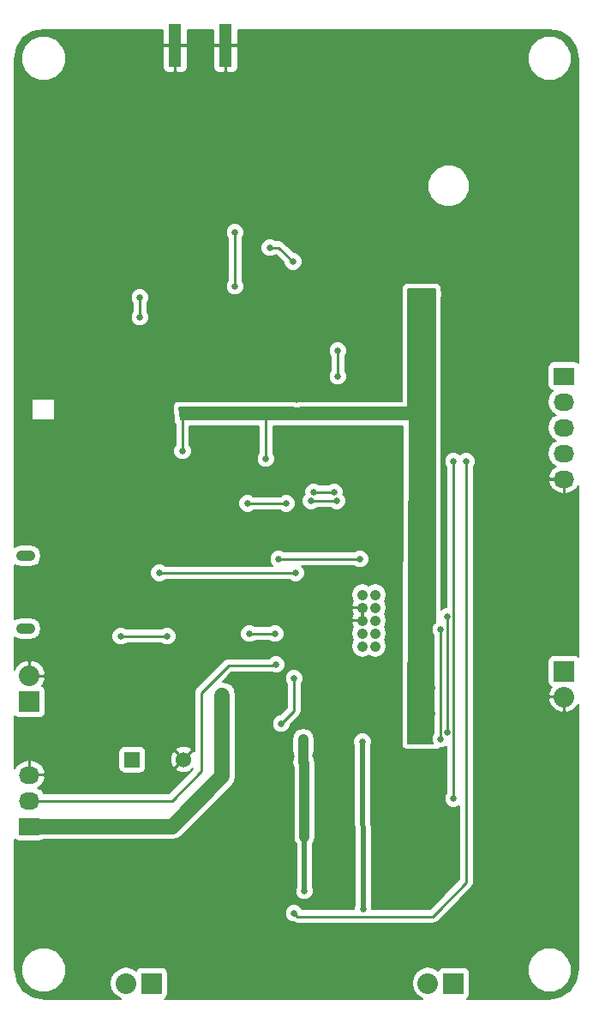
<source format=gbr>
G04 #@! TF.FileFunction,Copper,L2,Bot,Signal*
%FSLAX46Y46*%
G04 Gerber Fmt 4.6, Leading zero omitted, Abs format (unit mm)*
G04 Created by KiCad (PCBNEW 4.0.2-stable) date Sunday, 15 May 2016 11:48:40 pm*
%MOMM*%
G01*
G04 APERTURE LIST*
%ADD10C,0.100000*%
%ADD11R,1.270000X4.200000*%
%ADD12O,1.900000X1.050000*%
%ADD13O,1.050000X1.050000*%
%ADD14R,1.524000X1.524000*%
%ADD15C,1.524000*%
%ADD16R,2.032000X1.727200*%
%ADD17O,2.032000X1.727200*%
%ADD18R,2.032000X2.032000*%
%ADD19O,2.032000X2.032000*%
%ADD20C,0.635000*%
%ADD21C,0.254000*%
%ADD22C,0.508000*%
%ADD23C,0.203200*%
%ADD24C,1.524000*%
%ADD25C,1.016000*%
%ADD26C,0.152400*%
G04 APERTURE END LIST*
D10*
D11*
X52491000Y-38227000D03*
X57491000Y-38227000D03*
D12*
X37719000Y-88627000D03*
X37719000Y-95777000D03*
D13*
X70993000Y-92456000D03*
X72263000Y-92456000D03*
X70993000Y-93726000D03*
X72263000Y-93726000D03*
X70993000Y-94996000D03*
X72263000Y-94996000D03*
X70993000Y-96266000D03*
X72263000Y-96266000D03*
X70993000Y-97536000D03*
X72263000Y-97536000D03*
D14*
X48260000Y-108712000D03*
D15*
X53340000Y-108712000D03*
D16*
X90932000Y-70866000D03*
D17*
X90932000Y-73406000D03*
X90932000Y-75946000D03*
X90932000Y-78486000D03*
X90932000Y-81026000D03*
D18*
X38100000Y-103000000D03*
D19*
X38100000Y-100460000D03*
D18*
X90932000Y-100000000D03*
D19*
X90932000Y-102540000D03*
D16*
X38100000Y-115316000D03*
D17*
X38100000Y-112776000D03*
X38100000Y-110236000D03*
D18*
X50165000Y-130810000D03*
D19*
X47625000Y-130810000D03*
D18*
X80010000Y-130810000D03*
D19*
X77470000Y-130810000D03*
D20*
X62738000Y-88900000D03*
X70739000Y-88900000D03*
X59563000Y-44704000D03*
X57658000Y-44577000D03*
X57658000Y-41402000D03*
X57658000Y-42799000D03*
X59563000Y-42799000D03*
X59563000Y-41275000D03*
X59563000Y-39624000D03*
X59563000Y-38227000D03*
X50546000Y-42799000D03*
X52451000Y-42799000D03*
X52451000Y-41275000D03*
X50546000Y-41148000D03*
X50546000Y-39751000D03*
X48895000Y-39751000D03*
X48895000Y-38227000D03*
X48895000Y-37084000D03*
X50546000Y-37084000D03*
X50546000Y-38227000D03*
X82804000Y-102743000D03*
X83312000Y-98425000D03*
X87503000Y-94488000D03*
X83185000Y-81026000D03*
X82042000Y-75184000D03*
X86106000Y-78486000D03*
X88519000Y-81026000D03*
X72517000Y-116078000D03*
X75946000Y-116078000D03*
X75692000Y-113411000D03*
X72517000Y-113411000D03*
X69342000Y-113411000D03*
X66929000Y-113411000D03*
X60198000Y-113411000D03*
X62611000Y-113411000D03*
X52705000Y-127635000D03*
X60325000Y-127635000D03*
X75565000Y-127635000D03*
X70358000Y-127635000D03*
X66040000Y-127635000D03*
X64770000Y-127635000D03*
X38851500Y-71511500D03*
X41529000Y-71374000D03*
X38608000Y-76454000D03*
X46736000Y-74676000D03*
X51816000Y-62992000D03*
X54610000Y-62992000D03*
X63500000Y-91948000D03*
X63246000Y-93218000D03*
X74422000Y-109220000D03*
X72390000Y-109220000D03*
X72390000Y-108204000D03*
X65786000Y-103632000D03*
X60960000Y-101854000D03*
X59827000Y-100721000D03*
X58674000Y-97790000D03*
X58674000Y-92710000D03*
X58674000Y-94996000D03*
X53340000Y-93980000D03*
X53340000Y-96266000D03*
X53340000Y-100076000D03*
X53340000Y-103124000D03*
X53340000Y-106426000D03*
X55372000Y-92710000D03*
X57150000Y-92710000D03*
X57912000Y-88646000D03*
X60706000Y-88646000D03*
X60706000Y-85598000D03*
X60706000Y-82296000D03*
X59690000Y-81788000D03*
X64770000Y-86868000D03*
X64516000Y-73152000D03*
X70358000Y-77216000D03*
X79756000Y-77470000D03*
X64008000Y-79502000D03*
X58166000Y-78994000D03*
X71120000Y-48260000D03*
X76200000Y-48260000D03*
X78740000Y-48260000D03*
X81280000Y-48260000D03*
X86360000Y-48260000D03*
X88900000Y-48260000D03*
X88900000Y-53340000D03*
X86360000Y-55880000D03*
X83820000Y-58420000D03*
X76200000Y-58420000D03*
X73660000Y-55880000D03*
X71120000Y-53340000D03*
X68580000Y-48260000D03*
X66040000Y-45720000D03*
X60960000Y-45720000D03*
X58420000Y-48260000D03*
X53340000Y-48260000D03*
X53340000Y-68580000D03*
X50800000Y-66040000D03*
X48260000Y-68580000D03*
X45720000Y-66040000D03*
X43180000Y-68580000D03*
X40640000Y-66040000D03*
X38100000Y-63500000D03*
X38100000Y-55880000D03*
X40640000Y-53340000D03*
X38100000Y-50800000D03*
X40640000Y-48260000D03*
X43180000Y-50800000D03*
X45720000Y-53340000D03*
X43180000Y-55880000D03*
X40640000Y-58420000D03*
X73660000Y-66040000D03*
X71120000Y-66040000D03*
X68580000Y-66040000D03*
X66040000Y-66040000D03*
X66040000Y-63500000D03*
X66040000Y-60960000D03*
X53340000Y-71120000D03*
X48260000Y-71120000D03*
X38100000Y-81280000D03*
X40640000Y-81280000D03*
X43180000Y-81280000D03*
X45720000Y-81280000D03*
X48260000Y-81280000D03*
X48260000Y-83820000D03*
X50800000Y-83820000D03*
X45720000Y-83820000D03*
X43180000Y-83820000D03*
X42545000Y-91821000D03*
X42037000Y-94297500D03*
X45720000Y-99060000D03*
X43180000Y-99060000D03*
X40640000Y-99060000D03*
X38100000Y-106680000D03*
X40640000Y-106680000D03*
X43180000Y-106680000D03*
X43180000Y-109220000D03*
X43180000Y-127000000D03*
X38100000Y-121920000D03*
X43180000Y-121920000D03*
X48260000Y-121920000D03*
X53340000Y-121920000D03*
X53340000Y-116840000D03*
X58420000Y-114300000D03*
X58420000Y-116840000D03*
X58420000Y-121920000D03*
X83820000Y-129540000D03*
X88900000Y-124460000D03*
X83820000Y-124460000D03*
X83820000Y-119380000D03*
X88900000Y-119380000D03*
X88900000Y-114300000D03*
X83820000Y-114300000D03*
X79360000Y-116586000D03*
X83820000Y-106680000D03*
X53213000Y-74295000D03*
X53213000Y-78232000D03*
X70993000Y-106934000D03*
X71056500Y-123444000D03*
X76009500Y-75184000D03*
X61468000Y-78994000D03*
X77851000Y-88773000D03*
X75946000Y-67310000D03*
X75946000Y-63754000D03*
X75946000Y-62738000D03*
X77978000Y-62738000D03*
X77724000Y-70866000D03*
X77470000Y-101600000D03*
X77470000Y-106680000D03*
X76200000Y-105410000D03*
X77470000Y-104140000D03*
X76200000Y-102870000D03*
X59817000Y-96266000D03*
X62357000Y-96266000D03*
X62992000Y-105156000D03*
X64262000Y-100711000D03*
X57150000Y-102362000D03*
X57150000Y-103886000D03*
X57150000Y-105664000D03*
X65278000Y-121666000D03*
X65151000Y-106680000D03*
X65278000Y-116332000D03*
X50927000Y-90297000D03*
X64389000Y-90297000D03*
X66167000Y-82296000D03*
X68199000Y-82296000D03*
X65913000Y-83185000D03*
X68453000Y-83185000D03*
X62484000Y-99314000D03*
X79375000Y-94615000D03*
X79375000Y-106045000D03*
X78740000Y-106680000D03*
X78740000Y-95885000D03*
X68580000Y-68326000D03*
X68580000Y-70866000D03*
X80010000Y-112585500D03*
X80010000Y-79248000D03*
X64135000Y-59563000D03*
X61849000Y-58166000D03*
X58420000Y-56642000D03*
X58420000Y-61976000D03*
X49022000Y-63119000D03*
X49022000Y-65024000D03*
X81280000Y-79248000D03*
X64262000Y-123888500D03*
X47117000Y-96520000D03*
X63500000Y-83439000D03*
X59626500Y-83439000D03*
X51689000Y-96520000D03*
D21*
X70739000Y-88900000D02*
X65913000Y-88900000D01*
X62738000Y-88900000D02*
X65913000Y-88900000D01*
D22*
X57785000Y-44704000D02*
X59563000Y-44704000D01*
X57658000Y-44577000D02*
X57785000Y-44704000D01*
X57658000Y-42799000D02*
X57658000Y-41402000D01*
X59563000Y-41275000D02*
X59563000Y-42799000D01*
X59563000Y-38227000D02*
X59563000Y-39624000D01*
X52451000Y-42799000D02*
X50546000Y-42799000D01*
X50673000Y-41275000D02*
X52451000Y-41275000D01*
X50546000Y-41148000D02*
X50673000Y-41275000D01*
X48895000Y-39751000D02*
X50546000Y-39751000D01*
X48895000Y-37084000D02*
X48895000Y-38227000D01*
X50546000Y-38227000D02*
X50546000Y-37084000D01*
D21*
X83566000Y-98425000D02*
X83312000Y-98425000D01*
X87503000Y-94488000D02*
X83566000Y-98425000D01*
X90932000Y-81026000D02*
X88519000Y-81026000D01*
X82804000Y-75184000D02*
X82042000Y-75184000D01*
X86106000Y-78486000D02*
X82804000Y-75184000D01*
X75946000Y-116078000D02*
X72517000Y-116078000D01*
X72517000Y-113411000D02*
X75692000Y-113411000D01*
X66929000Y-113411000D02*
X69342000Y-113411000D01*
X62611000Y-113411000D02*
X60198000Y-113411000D01*
X60325000Y-127635000D02*
X52705000Y-127635000D01*
X70358000Y-127635000D02*
X75565000Y-127635000D01*
X64770000Y-127635000D02*
X66040000Y-127635000D01*
D23*
X38851500Y-71511500D02*
X38862000Y-71501000D01*
D21*
X54610000Y-62992000D02*
X51816000Y-62992000D01*
X63500000Y-92964000D02*
X63500000Y-91948000D01*
X63246000Y-93218000D02*
X63500000Y-92964000D01*
D22*
X72390000Y-108204000D02*
X72390000Y-109220000D01*
D21*
X60960000Y-101854000D02*
X59827000Y-100721000D01*
X58674000Y-94996000D02*
X58674000Y-92710000D01*
X53340000Y-100076000D02*
X53340000Y-96266000D01*
X53340000Y-106426000D02*
X53340000Y-103124000D01*
X57150000Y-92710000D02*
X55372000Y-92710000D01*
X60706000Y-85598000D02*
X60706000Y-88646000D01*
X60198000Y-82296000D02*
X60706000Y-82296000D01*
X59690000Y-81788000D02*
X60198000Y-82296000D01*
X78740000Y-48260000D02*
X76200000Y-48260000D01*
X86360000Y-48260000D02*
X81280000Y-48260000D01*
X88900000Y-53340000D02*
X88900000Y-48260000D01*
X83820000Y-58420000D02*
X86360000Y-55880000D01*
X73660000Y-55880000D02*
X76200000Y-58420000D01*
X71120000Y-50800000D02*
X71120000Y-53340000D01*
X68580000Y-48260000D02*
X71120000Y-50800000D01*
X60960000Y-45720000D02*
X66040000Y-45720000D01*
X53340000Y-48260000D02*
X58420000Y-48260000D01*
X48260000Y-68580000D02*
X50800000Y-66040000D01*
X43180000Y-68580000D02*
X45720000Y-66040000D01*
X38100000Y-63500000D02*
X40640000Y-66040000D01*
X40640000Y-53340000D02*
X38100000Y-55880000D01*
X40640000Y-48260000D02*
X38100000Y-50800000D01*
X45720000Y-53340000D02*
X43180000Y-50800000D01*
X40640000Y-58420000D02*
X43180000Y-55880000D01*
X71120000Y-66040000D02*
X73660000Y-66040000D01*
X66040000Y-66040000D02*
X68580000Y-66040000D01*
X66040000Y-60960000D02*
X66040000Y-63500000D01*
X48260000Y-71120000D02*
X53340000Y-71120000D01*
X43180000Y-81280000D02*
X40640000Y-81280000D01*
X48260000Y-81280000D02*
X45720000Y-81280000D01*
X50800000Y-83820000D02*
X48260000Y-83820000D01*
X43180000Y-83820000D02*
X45720000Y-83820000D01*
X42608500Y-91884500D02*
X42672000Y-91884500D01*
X42545000Y-91821000D02*
X42608500Y-91884500D01*
X40640000Y-99060000D02*
X43180000Y-99060000D01*
X40640000Y-106680000D02*
X38100000Y-106680000D01*
X43180000Y-109220000D02*
X43180000Y-106680000D01*
X43180000Y-121920000D02*
X38100000Y-121920000D01*
X53340000Y-121920000D02*
X48260000Y-121920000D01*
X55880000Y-116840000D02*
X53340000Y-116840000D01*
X58420000Y-114300000D02*
X55880000Y-116840000D01*
X58420000Y-121920000D02*
X58420000Y-116840000D01*
X83820000Y-124460000D02*
X88900000Y-124460000D01*
X88900000Y-119380000D02*
X83820000Y-119380000D01*
X86360000Y-114300000D02*
X88900000Y-114300000D01*
X83820000Y-114300000D02*
X86360000Y-114300000D01*
X79502000Y-116586000D02*
X79248000Y-116586000D01*
X79248000Y-116586000D02*
X79360000Y-116586000D01*
X53213000Y-75057000D02*
X53213000Y-74295000D01*
X53213000Y-75057000D02*
X53213000Y-78232000D01*
D22*
X71056500Y-123444000D02*
X70993000Y-106934000D01*
D21*
X61468000Y-74993500D02*
X61468000Y-75438000D01*
X61468000Y-75438000D02*
X61468000Y-78994000D01*
D24*
X77470000Y-104140000D02*
X76200000Y-105410000D01*
X76200000Y-102870000D02*
X77470000Y-101600000D01*
D21*
X59944000Y-96266000D02*
X59817000Y-96266000D01*
X62357000Y-96266000D02*
X59944000Y-96266000D01*
X64262000Y-103886000D02*
X64262000Y-100711000D01*
X64262000Y-103886000D02*
X62992000Y-105156000D01*
D24*
X49657000Y-115316000D02*
X52197000Y-115316000D01*
X57150000Y-107823000D02*
X57150000Y-102362000D01*
X57150000Y-103886000D02*
X57150000Y-105664000D01*
X49657000Y-115316000D02*
X38100000Y-115316000D01*
X57150000Y-110363000D02*
X57150000Y-107823000D01*
X52197000Y-115316000D02*
X57150000Y-110363000D01*
D25*
X65151000Y-108966000D02*
X65151000Y-107823000D01*
D22*
X65278000Y-121666000D02*
X65278000Y-116332000D01*
D25*
X65151000Y-107823000D02*
X65151000Y-106680000D01*
X65151000Y-108966000D02*
X65278000Y-109093000D01*
X65278000Y-109093000D02*
X65278000Y-116332000D01*
D21*
X64389000Y-90297000D02*
X50927000Y-90297000D01*
X66167000Y-82296000D02*
X68199000Y-82296000D01*
X65913000Y-83185000D02*
X68453000Y-83185000D01*
X52197000Y-112776000D02*
X38100000Y-112776000D01*
X55118000Y-109855000D02*
X52197000Y-112776000D01*
X55118000Y-102108000D02*
X55118000Y-109855000D01*
X57785000Y-99441000D02*
X55118000Y-102108000D01*
X62357000Y-99441000D02*
X57785000Y-99441000D01*
X62484000Y-99314000D02*
X62357000Y-99441000D01*
X79375000Y-106045000D02*
X79375000Y-94615000D01*
X78740000Y-106680000D02*
X78740000Y-96012000D01*
X78740000Y-96012000D02*
X78740000Y-95885000D01*
X68580000Y-70866000D02*
X68580000Y-68326000D01*
X80010000Y-80137000D02*
X80010000Y-112585500D01*
X80010000Y-79248000D02*
X80010000Y-80137000D01*
X61849000Y-58166000D02*
X62738000Y-58166000D01*
X62738000Y-58166000D02*
X64135000Y-59563000D01*
X58420000Y-61976000D02*
X58420000Y-56642000D01*
X49022000Y-65024000D02*
X49022000Y-63119000D01*
X78422500Y-123698000D02*
X78168500Y-123952000D01*
X81280000Y-79248000D02*
X81280000Y-120840500D01*
X81280000Y-120840500D02*
X78422500Y-123698000D01*
X64579500Y-124206000D02*
X64262000Y-123888500D01*
X77914500Y-124206000D02*
X64579500Y-124206000D01*
X78168500Y-123952000D02*
X77914500Y-124206000D01*
X63500000Y-83439000D02*
X59626500Y-83439000D01*
X51689000Y-96520000D02*
X47117000Y-96520000D01*
D26*
G36*
X78155800Y-95194096D02*
X77976022Y-95373561D01*
X77838457Y-95704854D01*
X77838144Y-96063572D01*
X77975130Y-96395105D01*
X78028800Y-96448869D01*
X78028800Y-106115875D01*
X77976022Y-106168561D01*
X77838457Y-106499854D01*
X77838144Y-106858572D01*
X77942775Y-107111800D01*
X75514503Y-107111800D01*
X75641199Y-75247803D01*
X75635314Y-75218133D01*
X75618349Y-75193091D01*
X75592977Y-75176622D01*
X75565000Y-75171300D01*
X53028288Y-75171300D01*
X52915802Y-73990200D01*
X64183307Y-73990200D01*
X64335854Y-74053543D01*
X64694572Y-74053856D01*
X64848632Y-73990200D01*
X75438000Y-73990200D01*
X75467646Y-73984197D01*
X75492621Y-73967132D01*
X75508989Y-73941695D01*
X75514200Y-73914000D01*
X75514200Y-62306200D01*
X78155800Y-62306200D01*
X78155800Y-95194096D01*
X78155800Y-95194096D01*
G37*
X78155800Y-95194096D02*
X77976022Y-95373561D01*
X77838457Y-95704854D01*
X77838144Y-96063572D01*
X77975130Y-96395105D01*
X78028800Y-96448869D01*
X78028800Y-106115875D01*
X77976022Y-106168561D01*
X77838457Y-106499854D01*
X77838144Y-106858572D01*
X77942775Y-107111800D01*
X75514503Y-107111800D01*
X75641199Y-75247803D01*
X75635314Y-75218133D01*
X75618349Y-75193091D01*
X75592977Y-75176622D01*
X75565000Y-75171300D01*
X53028288Y-75171300D01*
X52915802Y-73990200D01*
X64183307Y-73990200D01*
X64335854Y-74053543D01*
X64694572Y-74053856D01*
X64848632Y-73990200D01*
X75438000Y-73990200D01*
X75467646Y-73984197D01*
X75492621Y-73967132D01*
X75508989Y-73941695D01*
X75514200Y-73914000D01*
X75514200Y-62306200D01*
X78155800Y-62306200D01*
X78155800Y-95194096D01*
G36*
X51271800Y-38030150D02*
X51417850Y-38176200D01*
X52440200Y-38176200D01*
X52440200Y-38156200D01*
X52541800Y-38156200D01*
X52541800Y-38176200D01*
X53564150Y-38176200D01*
X53710200Y-38030150D01*
X53710200Y-36659200D01*
X56271800Y-36659200D01*
X56271800Y-38030150D01*
X56417850Y-38176200D01*
X57440200Y-38176200D01*
X57440200Y-38156200D01*
X57541800Y-38156200D01*
X57541800Y-38176200D01*
X58564150Y-38176200D01*
X58710200Y-38030150D01*
X58710200Y-36659200D01*
X89435072Y-36659200D01*
X90582185Y-36887375D01*
X91499617Y-37500383D01*
X92112625Y-38417815D01*
X92340800Y-39564927D01*
X92340800Y-69563731D01*
X92179739Y-69453683D01*
X91948000Y-69406755D01*
X89916000Y-69406755D01*
X89699508Y-69447491D01*
X89500674Y-69575437D01*
X89367283Y-69770661D01*
X89320355Y-70002400D01*
X89320355Y-71729600D01*
X89361091Y-71946092D01*
X89489037Y-72144926D01*
X89684261Y-72278317D01*
X89834513Y-72308743D01*
X89724501Y-72382251D01*
X89410657Y-72851951D01*
X89300450Y-73406000D01*
X89410657Y-73960049D01*
X89724501Y-74429749D01*
X90093041Y-74676000D01*
X89724501Y-74922251D01*
X89410657Y-75391951D01*
X89300450Y-75946000D01*
X89410657Y-76500049D01*
X89724501Y-76969749D01*
X90093041Y-77216000D01*
X89724501Y-77462251D01*
X89410657Y-77931951D01*
X89300450Y-78486000D01*
X89410657Y-79040049D01*
X89724501Y-79509749D01*
X90102748Y-79762486D01*
X89719930Y-80038172D01*
X89422567Y-80518884D01*
X89358453Y-80749479D01*
X89478842Y-80975200D01*
X90881200Y-80975200D01*
X90881200Y-80955200D01*
X90982800Y-80955200D01*
X90982800Y-80975200D01*
X91002800Y-80975200D01*
X91002800Y-81076800D01*
X90982800Y-81076800D01*
X90982800Y-82473800D01*
X91135200Y-82473800D01*
X91685382Y-82344152D01*
X92144070Y-82013828D01*
X92340800Y-81695798D01*
X92340800Y-98545331D01*
X92179739Y-98435283D01*
X91948000Y-98388355D01*
X89916000Y-98388355D01*
X89699508Y-98429091D01*
X89500674Y-98557037D01*
X89367283Y-98752261D01*
X89320355Y-98984000D01*
X89320355Y-101016000D01*
X89361091Y-101232492D01*
X89489037Y-101431326D01*
X89684261Y-101564717D01*
X89685402Y-101564948D01*
X89608202Y-101640996D01*
X89364936Y-102216024D01*
X89360245Y-102239625D01*
X89478738Y-102489200D01*
X90881200Y-102489200D01*
X90881200Y-102469200D01*
X90982800Y-102469200D01*
X90982800Y-102489200D01*
X91002800Y-102489200D01*
X91002800Y-102590800D01*
X90982800Y-102590800D01*
X90982800Y-103993347D01*
X91232375Y-104111759D01*
X91810996Y-103877167D01*
X92255798Y-103439004D01*
X92340800Y-103238078D01*
X92340800Y-129435073D01*
X92112625Y-130582185D01*
X91499617Y-131499617D01*
X90582185Y-132112625D01*
X89435072Y-132340800D01*
X81304823Y-132340800D01*
X81441326Y-132252963D01*
X81574717Y-132057739D01*
X81621645Y-131826000D01*
X81621645Y-129932558D01*
X87315422Y-129932558D01*
X87647246Y-130735634D01*
X88261135Y-131350595D01*
X89063630Y-131683820D01*
X89932558Y-131684578D01*
X90735634Y-131352754D01*
X91350595Y-130738865D01*
X91683820Y-129936370D01*
X91684578Y-129067442D01*
X91352754Y-128264366D01*
X90738865Y-127649405D01*
X89936370Y-127316180D01*
X89067442Y-127315422D01*
X88264366Y-127647246D01*
X87649405Y-128261135D01*
X87316180Y-129063630D01*
X87315422Y-129932558D01*
X81621645Y-129932558D01*
X81621645Y-129794000D01*
X81580909Y-129577508D01*
X81452963Y-129378674D01*
X81257739Y-129245283D01*
X81026000Y-129198355D01*
X78994000Y-129198355D01*
X78777508Y-129239091D01*
X78578674Y-129367037D01*
X78454436Y-129548865D01*
X78082370Y-129300258D01*
X77470000Y-129178450D01*
X76857630Y-129300258D01*
X76338488Y-129647138D01*
X75991608Y-130166280D01*
X75869800Y-130778650D01*
X75869800Y-130841350D01*
X75991608Y-131453720D01*
X76338488Y-131972862D01*
X76857630Y-132319742D01*
X76963496Y-132340800D01*
X51459823Y-132340800D01*
X51596326Y-132252963D01*
X51729717Y-132057739D01*
X51776645Y-131826000D01*
X51776645Y-129794000D01*
X51735909Y-129577508D01*
X51607963Y-129378674D01*
X51412739Y-129245283D01*
X51181000Y-129198355D01*
X49149000Y-129198355D01*
X48932508Y-129239091D01*
X48733674Y-129367037D01*
X48609436Y-129548865D01*
X48237370Y-129300258D01*
X47625000Y-129178450D01*
X47012630Y-129300258D01*
X46493488Y-129647138D01*
X46146608Y-130166280D01*
X46024800Y-130778650D01*
X46024800Y-130841350D01*
X46146608Y-131453720D01*
X46493488Y-131972862D01*
X47012630Y-132319742D01*
X47118496Y-132340800D01*
X39564927Y-132340800D01*
X38417815Y-132112625D01*
X37500383Y-131499617D01*
X36887375Y-130582185D01*
X36758157Y-129932558D01*
X37315422Y-129932558D01*
X37647246Y-130735634D01*
X38261135Y-131350595D01*
X39063630Y-131683820D01*
X39932558Y-131684578D01*
X40735634Y-131352754D01*
X41350595Y-130738865D01*
X41683820Y-129936370D01*
X41684578Y-129067442D01*
X41352754Y-128264366D01*
X40738865Y-127649405D01*
X39936370Y-127316180D01*
X39067442Y-127315422D01*
X38264366Y-127647246D01*
X37649405Y-128261135D01*
X37316180Y-129063630D01*
X37315422Y-129932558D01*
X36758157Y-129932558D01*
X36659200Y-129435072D01*
X36659200Y-116596404D01*
X36852261Y-116728317D01*
X37084000Y-116775245D01*
X39116000Y-116775245D01*
X39332492Y-116734509D01*
X39444864Y-116662200D01*
X52197000Y-116662200D01*
X52712169Y-116559727D01*
X53148907Y-116267907D01*
X58101907Y-111314907D01*
X58393727Y-110878169D01*
X58496200Y-110363000D01*
X58496200Y-106680000D01*
X64058800Y-106680000D01*
X64058800Y-107823000D01*
X64141939Y-108240967D01*
X64244526Y-108394500D01*
X64141939Y-108548033D01*
X64058800Y-108966000D01*
X64141939Y-109383967D01*
X64185800Y-109449610D01*
X64185800Y-116332000D01*
X64268939Y-116749967D01*
X64439800Y-117005679D01*
X64439800Y-121333307D01*
X64376457Y-121485854D01*
X64376144Y-121844572D01*
X64513130Y-122176105D01*
X64766561Y-122429978D01*
X65097854Y-122567543D01*
X65456572Y-122567856D01*
X65788105Y-122430870D01*
X66041978Y-122177439D01*
X66179543Y-121846146D01*
X66179856Y-121487428D01*
X66116200Y-121333368D01*
X66116200Y-117005679D01*
X66287061Y-116749967D01*
X66370200Y-116332000D01*
X66370200Y-109093000D01*
X66287061Y-108675033D01*
X66078544Y-108362966D01*
X66160061Y-108240967D01*
X66243200Y-107823000D01*
X66243200Y-106680000D01*
X66160061Y-106262033D01*
X65923302Y-105907698D01*
X65568967Y-105670939D01*
X65151000Y-105587800D01*
X64733033Y-105670939D01*
X64378698Y-105907698D01*
X64141939Y-106262033D01*
X64058800Y-106680000D01*
X58496200Y-106680000D01*
X58496200Y-105334572D01*
X62090144Y-105334572D01*
X62227130Y-105666105D01*
X62480561Y-105919978D01*
X62811854Y-106057543D01*
X63170572Y-106057856D01*
X63502105Y-105920870D01*
X63755978Y-105667439D01*
X63893543Y-105336146D01*
X63893609Y-105260179D01*
X64764894Y-104388895D01*
X64919063Y-104158165D01*
X64928294Y-104111759D01*
X64973200Y-103886000D01*
X64973200Y-101275125D01*
X65025978Y-101222439D01*
X65163543Y-100891146D01*
X65163856Y-100532428D01*
X65026870Y-100200895D01*
X64773439Y-99947022D01*
X64442146Y-99809457D01*
X64083428Y-99809144D01*
X63751895Y-99946130D01*
X63498022Y-100199561D01*
X63360457Y-100530854D01*
X63360144Y-100889572D01*
X63497130Y-101221105D01*
X63550800Y-101274869D01*
X63550800Y-103591411D01*
X62888003Y-104254209D01*
X62813428Y-104254144D01*
X62481895Y-104391130D01*
X62228022Y-104644561D01*
X62090457Y-104975854D01*
X62090144Y-105334572D01*
X58496200Y-105334572D01*
X58496200Y-102362000D01*
X58393727Y-101846832D01*
X58101907Y-101410093D01*
X57665168Y-101118273D01*
X57205040Y-101026748D01*
X58079589Y-100152200D01*
X62151307Y-100152200D01*
X62303854Y-100215543D01*
X62662572Y-100215856D01*
X62994105Y-100078870D01*
X63247978Y-99825439D01*
X63385543Y-99494146D01*
X63385856Y-99135428D01*
X63248870Y-98803895D01*
X62995439Y-98550022D01*
X62664146Y-98412457D01*
X62305428Y-98412144D01*
X61973895Y-98549130D01*
X61792910Y-98729800D01*
X57785000Y-98729800D01*
X57512836Y-98783937D01*
X57282106Y-98938105D01*
X54615106Y-101605106D01*
X54460937Y-101835835D01*
X54445519Y-101913347D01*
X54406800Y-102108000D01*
X54406800Y-107926779D01*
X54242461Y-107881381D01*
X53411842Y-108712000D01*
X53425985Y-108726143D01*
X53354143Y-108797985D01*
X53340000Y-108783842D01*
X52509381Y-109614461D01*
X52574872Y-109851534D01*
X53069195Y-110057595D01*
X53604746Y-110058800D01*
X54099991Y-109854967D01*
X54105128Y-109851534D01*
X54170618Y-109614463D01*
X54261684Y-109705529D01*
X51902412Y-112064800D01*
X39516338Y-112064800D01*
X39307499Y-111752251D01*
X38929252Y-111499514D01*
X39312070Y-111223828D01*
X39609433Y-110743116D01*
X39673547Y-110512521D01*
X39553158Y-110286800D01*
X38150800Y-110286800D01*
X38150800Y-110306800D01*
X38049200Y-110306800D01*
X38049200Y-110286800D01*
X38029200Y-110286800D01*
X38029200Y-110185200D01*
X38049200Y-110185200D01*
X38049200Y-108788200D01*
X38150800Y-108788200D01*
X38150800Y-110185200D01*
X39553158Y-110185200D01*
X39673547Y-109959479D01*
X39609433Y-109728884D01*
X39312070Y-109248172D01*
X38853382Y-108917848D01*
X38303200Y-108788200D01*
X38150800Y-108788200D01*
X38049200Y-108788200D01*
X37896800Y-108788200D01*
X37346618Y-108917848D01*
X36887930Y-109248172D01*
X36659200Y-109617933D01*
X36659200Y-107950000D01*
X46902355Y-107950000D01*
X46902355Y-109474000D01*
X46943091Y-109690492D01*
X47071037Y-109889326D01*
X47266261Y-110022717D01*
X47498000Y-110069645D01*
X49022000Y-110069645D01*
X49238492Y-110028909D01*
X49437326Y-109900963D01*
X49570717Y-109705739D01*
X49617645Y-109474000D01*
X49617645Y-108976746D01*
X51993200Y-108976746D01*
X52197033Y-109471991D01*
X52200466Y-109477128D01*
X52437539Y-109542619D01*
X53268158Y-108712000D01*
X52437539Y-107881381D01*
X52200466Y-107946872D01*
X51994405Y-108441195D01*
X51993200Y-108976746D01*
X49617645Y-108976746D01*
X49617645Y-107950000D01*
X49591216Y-107809539D01*
X52509381Y-107809539D01*
X53340000Y-108640158D01*
X54170619Y-107809539D01*
X54105128Y-107572466D01*
X53610805Y-107366405D01*
X53075254Y-107365200D01*
X52580009Y-107569033D01*
X52574872Y-107572466D01*
X52509381Y-107809539D01*
X49591216Y-107809539D01*
X49576909Y-107733508D01*
X49448963Y-107534674D01*
X49253739Y-107401283D01*
X49022000Y-107354355D01*
X47498000Y-107354355D01*
X47281508Y-107395091D01*
X47082674Y-107523037D01*
X46949283Y-107718261D01*
X46902355Y-107950000D01*
X36659200Y-107950000D01*
X36659200Y-104432804D01*
X36852261Y-104564717D01*
X37084000Y-104611645D01*
X39116000Y-104611645D01*
X39332492Y-104570909D01*
X39531326Y-104442963D01*
X39664717Y-104247739D01*
X39711645Y-104016000D01*
X39711645Y-101984000D01*
X39670909Y-101767508D01*
X39542963Y-101568674D01*
X39347739Y-101435283D01*
X39346598Y-101435052D01*
X39423798Y-101359004D01*
X39667064Y-100783976D01*
X39671755Y-100760375D01*
X39553262Y-100510800D01*
X38150800Y-100510800D01*
X38150800Y-100530800D01*
X38049200Y-100530800D01*
X38049200Y-100510800D01*
X38029200Y-100510800D01*
X38029200Y-100409200D01*
X38049200Y-100409200D01*
X38049200Y-99006653D01*
X38150800Y-99006653D01*
X38150800Y-100409200D01*
X39553262Y-100409200D01*
X39671755Y-100159625D01*
X39667064Y-100136024D01*
X39423798Y-99560996D01*
X38978996Y-99122833D01*
X38400375Y-98888241D01*
X38150800Y-99006653D01*
X38049200Y-99006653D01*
X37799625Y-98888241D01*
X37221004Y-99122833D01*
X36776202Y-99560996D01*
X36659200Y-99837563D01*
X36659200Y-96681314D01*
X36839471Y-96801767D01*
X37263943Y-96886200D01*
X38174057Y-96886200D01*
X38598529Y-96801767D01*
X38752971Y-96698572D01*
X46215144Y-96698572D01*
X46352130Y-97030105D01*
X46605561Y-97283978D01*
X46936854Y-97421543D01*
X47295572Y-97421856D01*
X47627105Y-97284870D01*
X47680869Y-97231200D01*
X51124875Y-97231200D01*
X51177561Y-97283978D01*
X51508854Y-97421543D01*
X51867572Y-97421856D01*
X52199105Y-97284870D01*
X52452978Y-97031439D01*
X52590543Y-96700146D01*
X52590766Y-96444572D01*
X58915144Y-96444572D01*
X59052130Y-96776105D01*
X59305561Y-97029978D01*
X59636854Y-97167543D01*
X59995572Y-97167856D01*
X60327105Y-97030870D01*
X60380869Y-96977200D01*
X61792875Y-96977200D01*
X61845561Y-97029978D01*
X62176854Y-97167543D01*
X62535572Y-97167856D01*
X62867105Y-97030870D01*
X63120978Y-96777439D01*
X63258543Y-96446146D01*
X63258856Y-96087428D01*
X63121870Y-95755895D01*
X62868439Y-95502022D01*
X62537146Y-95364457D01*
X62178428Y-95364144D01*
X61846895Y-95501130D01*
X61793131Y-95554800D01*
X60381125Y-95554800D01*
X60328439Y-95502022D01*
X59997146Y-95364457D01*
X59638428Y-95364144D01*
X59306895Y-95501130D01*
X59053022Y-95754561D01*
X58915457Y-96085854D01*
X58915144Y-96444572D01*
X52590766Y-96444572D01*
X52590856Y-96341428D01*
X52453870Y-96009895D01*
X52200439Y-95756022D01*
X51869146Y-95618457D01*
X51510428Y-95618144D01*
X51178895Y-95755130D01*
X51125131Y-95808800D01*
X47681125Y-95808800D01*
X47628439Y-95756022D01*
X47297146Y-95618457D01*
X46938428Y-95618144D01*
X46606895Y-95755130D01*
X46353022Y-96008561D01*
X46215457Y-96339854D01*
X46215144Y-96698572D01*
X38752971Y-96698572D01*
X38958380Y-96561323D01*
X39198824Y-96201472D01*
X39283257Y-95777000D01*
X39198824Y-95352528D01*
X38958380Y-94992677D01*
X38598529Y-94752233D01*
X38174057Y-94667800D01*
X37263943Y-94667800D01*
X36839471Y-94752233D01*
X36659200Y-94872686D01*
X36659200Y-93949510D01*
X69906548Y-93949510D01*
X70074783Y-94348263D01*
X70087688Y-94361000D01*
X70074783Y-94373737D01*
X69906548Y-94772490D01*
X70031009Y-94945200D01*
X70942200Y-94945200D01*
X70942200Y-93776800D01*
X70031009Y-93776800D01*
X69906548Y-93949510D01*
X36659200Y-93949510D01*
X36659200Y-92434269D01*
X69883800Y-92434269D01*
X69883800Y-92477731D01*
X69968233Y-92902203D01*
X70091722Y-93087018D01*
X70074783Y-93103737D01*
X69906548Y-93502490D01*
X70031009Y-93675200D01*
X70942200Y-93675200D01*
X70942200Y-93655200D01*
X71043800Y-93655200D01*
X71043800Y-93675200D01*
X71063800Y-93675200D01*
X71063800Y-93776800D01*
X71043800Y-93776800D01*
X71043800Y-94945200D01*
X71063800Y-94945200D01*
X71063800Y-95046800D01*
X71043800Y-95046800D01*
X71043800Y-95066800D01*
X70942200Y-95066800D01*
X70942200Y-95046800D01*
X70031009Y-95046800D01*
X69906548Y-95219510D01*
X70074783Y-95618263D01*
X70091722Y-95634982D01*
X69968233Y-95819797D01*
X69883800Y-96244269D01*
X69883800Y-96287731D01*
X69968233Y-96712203D01*
X70094383Y-96901000D01*
X69968233Y-97089797D01*
X69883800Y-97514269D01*
X69883800Y-97557731D01*
X69968233Y-97982203D01*
X70208677Y-98342054D01*
X70568528Y-98582498D01*
X70993000Y-98666931D01*
X71417472Y-98582498D01*
X71628000Y-98441828D01*
X71838528Y-98582498D01*
X72263000Y-98666931D01*
X72687472Y-98582498D01*
X73047323Y-98342054D01*
X73287767Y-97982203D01*
X73372200Y-97557731D01*
X73372200Y-97514269D01*
X73287767Y-97089797D01*
X73161617Y-96901000D01*
X73287767Y-96712203D01*
X73372200Y-96287731D01*
X73372200Y-96244269D01*
X73287767Y-95819797D01*
X73161617Y-95631000D01*
X73287767Y-95442203D01*
X73372200Y-95017731D01*
X73372200Y-94974269D01*
X73287767Y-94549797D01*
X73161617Y-94361000D01*
X73287767Y-94172203D01*
X73372200Y-93747731D01*
X73372200Y-93704269D01*
X73287767Y-93279797D01*
X73161617Y-93091000D01*
X73287767Y-92902203D01*
X73372200Y-92477731D01*
X73372200Y-92434269D01*
X73287767Y-92009797D01*
X73047323Y-91649946D01*
X72687472Y-91409502D01*
X72263000Y-91325069D01*
X71838528Y-91409502D01*
X71628000Y-91550172D01*
X71417472Y-91409502D01*
X70993000Y-91325069D01*
X70568528Y-91409502D01*
X70208677Y-91649946D01*
X69968233Y-92009797D01*
X69883800Y-92434269D01*
X36659200Y-92434269D01*
X36659200Y-90475572D01*
X50025144Y-90475572D01*
X50162130Y-90807105D01*
X50415561Y-91060978D01*
X50746854Y-91198543D01*
X51105572Y-91198856D01*
X51437105Y-91061870D01*
X51490869Y-91008200D01*
X63824875Y-91008200D01*
X63877561Y-91060978D01*
X64208854Y-91198543D01*
X64567572Y-91198856D01*
X64899105Y-91061870D01*
X65152978Y-90808439D01*
X65290543Y-90477146D01*
X65290856Y-90118428D01*
X65153870Y-89786895D01*
X64978481Y-89611200D01*
X70174875Y-89611200D01*
X70227561Y-89663978D01*
X70558854Y-89801543D01*
X70917572Y-89801856D01*
X71249105Y-89664870D01*
X71502978Y-89411439D01*
X71640543Y-89080146D01*
X71640856Y-88721428D01*
X71503870Y-88389895D01*
X71250439Y-88136022D01*
X70919146Y-87998457D01*
X70560428Y-87998144D01*
X70228895Y-88135130D01*
X70175131Y-88188800D01*
X63302125Y-88188800D01*
X63249439Y-88136022D01*
X62918146Y-87998457D01*
X62559428Y-87998144D01*
X62227895Y-88135130D01*
X61974022Y-88388561D01*
X61836457Y-88719854D01*
X61836144Y-89078572D01*
X61973130Y-89410105D01*
X62148519Y-89585800D01*
X51491125Y-89585800D01*
X51438439Y-89533022D01*
X51107146Y-89395457D01*
X50748428Y-89395144D01*
X50416895Y-89532130D01*
X50163022Y-89785561D01*
X50025457Y-90116854D01*
X50025144Y-90475572D01*
X36659200Y-90475572D01*
X36659200Y-89531314D01*
X36839471Y-89651767D01*
X37263943Y-89736200D01*
X38174057Y-89736200D01*
X38598529Y-89651767D01*
X38958380Y-89411323D01*
X39198824Y-89051472D01*
X39283257Y-88627000D01*
X39198824Y-88202528D01*
X38958380Y-87842677D01*
X38598529Y-87602233D01*
X38174057Y-87517800D01*
X37263943Y-87517800D01*
X36839471Y-87602233D01*
X36659200Y-87722686D01*
X36659200Y-83617572D01*
X58724644Y-83617572D01*
X58861630Y-83949105D01*
X59115061Y-84202978D01*
X59446354Y-84340543D01*
X59805072Y-84340856D01*
X60136605Y-84203870D01*
X60190369Y-84150200D01*
X62935875Y-84150200D01*
X62988561Y-84202978D01*
X63319854Y-84340543D01*
X63678572Y-84340856D01*
X64010105Y-84203870D01*
X64263978Y-83950439D01*
X64401543Y-83619146D01*
X64401766Y-83363572D01*
X65011144Y-83363572D01*
X65148130Y-83695105D01*
X65401561Y-83948978D01*
X65732854Y-84086543D01*
X66091572Y-84086856D01*
X66423105Y-83949870D01*
X66476869Y-83896200D01*
X67888875Y-83896200D01*
X67941561Y-83948978D01*
X68272854Y-84086543D01*
X68631572Y-84086856D01*
X68963105Y-83949870D01*
X69216978Y-83696439D01*
X69354543Y-83365146D01*
X69354856Y-83006428D01*
X69217870Y-82674895D01*
X69076726Y-82533504D01*
X69100543Y-82476146D01*
X69100856Y-82117428D01*
X68963870Y-81785895D01*
X68710439Y-81532022D01*
X68379146Y-81394457D01*
X68020428Y-81394144D01*
X67688895Y-81531130D01*
X67635131Y-81584800D01*
X66731125Y-81584800D01*
X66678439Y-81532022D01*
X66347146Y-81394457D01*
X65988428Y-81394144D01*
X65656895Y-81531130D01*
X65403022Y-81784561D01*
X65265457Y-82115854D01*
X65265144Y-82474572D01*
X65289444Y-82533383D01*
X65149022Y-82673561D01*
X65011457Y-83004854D01*
X65011144Y-83363572D01*
X64401766Y-83363572D01*
X64401856Y-83260428D01*
X64264870Y-82928895D01*
X64011439Y-82675022D01*
X63680146Y-82537457D01*
X63321428Y-82537144D01*
X62989895Y-82674130D01*
X62936131Y-82727800D01*
X60190625Y-82727800D01*
X60137939Y-82675022D01*
X59806646Y-82537457D01*
X59447928Y-82537144D01*
X59116395Y-82674130D01*
X58862522Y-82927561D01*
X58724957Y-83258854D01*
X58724644Y-83617572D01*
X36659200Y-83617572D01*
X36659200Y-73152000D01*
X38277800Y-73152000D01*
X38277800Y-75184000D01*
X38283803Y-75213646D01*
X38300868Y-75238621D01*
X38326305Y-75254989D01*
X38354000Y-75260200D01*
X40513000Y-75260200D01*
X40542646Y-75254197D01*
X40567621Y-75237132D01*
X40583989Y-75211695D01*
X40589200Y-75184000D01*
X40589200Y-73969387D01*
X52250432Y-73969387D01*
X52377432Y-75302887D01*
X52414753Y-75459832D01*
X52501800Y-75595107D01*
X52501800Y-77667875D01*
X52449022Y-77720561D01*
X52311457Y-78051854D01*
X52311144Y-78410572D01*
X52448130Y-78742105D01*
X52701561Y-78995978D01*
X53032854Y-79133543D01*
X53391572Y-79133856D01*
X53723105Y-78996870D01*
X53976978Y-78743439D01*
X54114543Y-78412146D01*
X54114856Y-78053428D01*
X53977870Y-77721895D01*
X53924200Y-77668131D01*
X53924200Y-75831700D01*
X60756800Y-75831700D01*
X60756800Y-78429875D01*
X60704022Y-78482561D01*
X60566457Y-78813854D01*
X60566144Y-79172572D01*
X60703130Y-79504105D01*
X60956561Y-79757978D01*
X61287854Y-79895543D01*
X61646572Y-79895856D01*
X61978105Y-79758870D01*
X62231978Y-79505439D01*
X62369543Y-79174146D01*
X62369856Y-78815428D01*
X62232870Y-78483895D01*
X62179200Y-78430131D01*
X62179200Y-75831700D01*
X74978473Y-75831700D01*
X74871315Y-102781946D01*
X74853800Y-102870000D01*
X74870628Y-102954602D01*
X74861009Y-105373755D01*
X74853800Y-105410000D01*
X74860727Y-105444824D01*
X74853805Y-107185677D01*
X74893753Y-107400332D01*
X75019241Y-107595346D01*
X75210713Y-107726173D01*
X75438000Y-107772200D01*
X78232000Y-107772200D01*
X78444332Y-107732247D01*
X78639346Y-107606759D01*
X78656518Y-107581627D01*
X78918572Y-107581856D01*
X79250105Y-107444870D01*
X79298800Y-107396260D01*
X79298800Y-112021375D01*
X79246022Y-112074061D01*
X79108457Y-112405354D01*
X79108144Y-112764072D01*
X79245130Y-113095605D01*
X79498561Y-113349478D01*
X79829854Y-113487043D01*
X80188572Y-113487356D01*
X80520105Y-113350370D01*
X80568800Y-113301760D01*
X80568800Y-120545911D01*
X77919608Y-123195104D01*
X77919605Y-123195106D01*
X77665608Y-123449104D01*
X77665605Y-123449106D01*
X77619911Y-123494800D01*
X71958156Y-123494800D01*
X71958356Y-123265428D01*
X71893415Y-123108258D01*
X71832474Y-107263624D01*
X71894543Y-107114146D01*
X71894856Y-106755428D01*
X71757870Y-106423895D01*
X71504439Y-106170022D01*
X71173146Y-106032457D01*
X70814428Y-106032144D01*
X70482895Y-106169130D01*
X70229022Y-106422561D01*
X70091457Y-106753854D01*
X70091144Y-107112572D01*
X70156085Y-107269742D01*
X70217026Y-123114376D01*
X70154957Y-123263854D01*
X70154755Y-123494800D01*
X65074967Y-123494800D01*
X65026870Y-123378395D01*
X64773439Y-123124522D01*
X64442146Y-122986957D01*
X64083428Y-122986644D01*
X63751895Y-123123630D01*
X63498022Y-123377061D01*
X63360457Y-123708354D01*
X63360144Y-124067072D01*
X63497130Y-124398605D01*
X63750561Y-124652478D01*
X64081854Y-124790043D01*
X64198205Y-124790145D01*
X64307335Y-124863063D01*
X64579500Y-124917200D01*
X77914500Y-124917200D01*
X78186665Y-124863063D01*
X78417394Y-124708894D01*
X78671394Y-124454895D01*
X78671396Y-124454892D01*
X78925394Y-124200895D01*
X78925396Y-124200892D01*
X81782894Y-121343395D01*
X81937063Y-121112665D01*
X81978962Y-120902022D01*
X81991200Y-120840500D01*
X81991200Y-102840375D01*
X89360245Y-102840375D01*
X89364936Y-102863976D01*
X89608202Y-103439004D01*
X90053004Y-103877167D01*
X90631625Y-104111759D01*
X90881200Y-103993347D01*
X90881200Y-102590800D01*
X89478738Y-102590800D01*
X89360245Y-102840375D01*
X81991200Y-102840375D01*
X81991200Y-81302521D01*
X89358453Y-81302521D01*
X89422567Y-81533116D01*
X89719930Y-82013828D01*
X90178618Y-82344152D01*
X90728800Y-82473800D01*
X90881200Y-82473800D01*
X90881200Y-81076800D01*
X89478842Y-81076800D01*
X89358453Y-81302521D01*
X81991200Y-81302521D01*
X81991200Y-79812125D01*
X82043978Y-79759439D01*
X82181543Y-79428146D01*
X82181856Y-79069428D01*
X82044870Y-78737895D01*
X81791439Y-78484022D01*
X81460146Y-78346457D01*
X81101428Y-78346144D01*
X80769895Y-78483130D01*
X80645005Y-78607803D01*
X80521439Y-78484022D01*
X80190146Y-78346457D01*
X79831428Y-78346144D01*
X79499895Y-78483130D01*
X79246022Y-78736561D01*
X79108457Y-79067854D01*
X79108144Y-79426572D01*
X79245130Y-79758105D01*
X79298800Y-79811869D01*
X79298800Y-93713233D01*
X79196428Y-93713144D01*
X78864895Y-93850130D01*
X78816200Y-93898740D01*
X78816200Y-63070693D01*
X78879543Y-62918146D01*
X78879856Y-62559428D01*
X78816200Y-62405368D01*
X78816200Y-62230000D01*
X78776247Y-62017668D01*
X78650759Y-61822654D01*
X78459287Y-61691827D01*
X78232000Y-61645800D01*
X75438000Y-61645800D01*
X75225668Y-61685753D01*
X75030654Y-61811241D01*
X74899827Y-62002713D01*
X74853800Y-62230000D01*
X74853800Y-73329800D01*
X52832000Y-73329800D01*
X52569025Y-73392336D01*
X52386787Y-73535747D01*
X52274702Y-73738761D01*
X52250432Y-73969387D01*
X40589200Y-73969387D01*
X40589200Y-73152000D01*
X40583197Y-73122354D01*
X40566132Y-73097379D01*
X40540695Y-73081011D01*
X40513000Y-73075800D01*
X38354000Y-73075800D01*
X38324354Y-73081803D01*
X38299379Y-73098868D01*
X38283011Y-73124305D01*
X38277800Y-73152000D01*
X36659200Y-73152000D01*
X36659200Y-68504572D01*
X67678144Y-68504572D01*
X67815130Y-68836105D01*
X67868800Y-68889869D01*
X67868800Y-70301875D01*
X67816022Y-70354561D01*
X67678457Y-70685854D01*
X67678144Y-71044572D01*
X67815130Y-71376105D01*
X68068561Y-71629978D01*
X68399854Y-71767543D01*
X68758572Y-71767856D01*
X69090105Y-71630870D01*
X69343978Y-71377439D01*
X69481543Y-71046146D01*
X69481856Y-70687428D01*
X69344870Y-70355895D01*
X69291200Y-70302131D01*
X69291200Y-68890125D01*
X69343978Y-68837439D01*
X69481543Y-68506146D01*
X69481856Y-68147428D01*
X69344870Y-67815895D01*
X69091439Y-67562022D01*
X68760146Y-67424457D01*
X68401428Y-67424144D01*
X68069895Y-67561130D01*
X67816022Y-67814561D01*
X67678457Y-68145854D01*
X67678144Y-68504572D01*
X36659200Y-68504572D01*
X36659200Y-63297572D01*
X48120144Y-63297572D01*
X48257130Y-63629105D01*
X48310800Y-63682869D01*
X48310800Y-64459875D01*
X48258022Y-64512561D01*
X48120457Y-64843854D01*
X48120144Y-65202572D01*
X48257130Y-65534105D01*
X48510561Y-65787978D01*
X48841854Y-65925543D01*
X49200572Y-65925856D01*
X49532105Y-65788870D01*
X49785978Y-65535439D01*
X49923543Y-65204146D01*
X49923856Y-64845428D01*
X49786870Y-64513895D01*
X49733200Y-64460131D01*
X49733200Y-63683125D01*
X49785978Y-63630439D01*
X49923543Y-63299146D01*
X49923856Y-62940428D01*
X49786870Y-62608895D01*
X49533439Y-62355022D01*
X49202146Y-62217457D01*
X48843428Y-62217144D01*
X48511895Y-62354130D01*
X48258022Y-62607561D01*
X48120457Y-62938854D01*
X48120144Y-63297572D01*
X36659200Y-63297572D01*
X36659200Y-56820572D01*
X57518144Y-56820572D01*
X57655130Y-57152105D01*
X57708800Y-57205869D01*
X57708800Y-61411875D01*
X57656022Y-61464561D01*
X57518457Y-61795854D01*
X57518144Y-62154572D01*
X57655130Y-62486105D01*
X57908561Y-62739978D01*
X58239854Y-62877543D01*
X58598572Y-62877856D01*
X58930105Y-62740870D01*
X59183978Y-62487439D01*
X59321543Y-62156146D01*
X59321856Y-61797428D01*
X59184870Y-61465895D01*
X59131200Y-61412131D01*
X59131200Y-58344572D01*
X60947144Y-58344572D01*
X61084130Y-58676105D01*
X61337561Y-58929978D01*
X61668854Y-59067543D01*
X62027572Y-59067856D01*
X62359105Y-58930870D01*
X62412869Y-58877200D01*
X62443412Y-58877200D01*
X63233209Y-59666998D01*
X63233144Y-59741572D01*
X63370130Y-60073105D01*
X63623561Y-60326978D01*
X63954854Y-60464543D01*
X64313572Y-60464856D01*
X64645105Y-60327870D01*
X64898978Y-60074439D01*
X65036543Y-59743146D01*
X65036856Y-59384428D01*
X64899870Y-59052895D01*
X64646439Y-58799022D01*
X64315146Y-58661457D01*
X64239179Y-58661391D01*
X63240894Y-57663106D01*
X63010165Y-57508937D01*
X62738000Y-57454800D01*
X62413125Y-57454800D01*
X62360439Y-57402022D01*
X62029146Y-57264457D01*
X61670428Y-57264144D01*
X61338895Y-57401130D01*
X61085022Y-57654561D01*
X60947457Y-57985854D01*
X60947144Y-58344572D01*
X59131200Y-58344572D01*
X59131200Y-57206125D01*
X59183978Y-57153439D01*
X59321543Y-56822146D01*
X59321856Y-56463428D01*
X59184870Y-56131895D01*
X58931439Y-55878022D01*
X58600146Y-55740457D01*
X58241428Y-55740144D01*
X57909895Y-55877130D01*
X57656022Y-56130561D01*
X57518457Y-56461854D01*
X57518144Y-56820572D01*
X36659200Y-56820572D01*
X36659200Y-52490754D01*
X77429439Y-52490754D01*
X77746071Y-53257062D01*
X78331854Y-53843869D01*
X79097608Y-54161838D01*
X79926754Y-54162561D01*
X80693062Y-53845929D01*
X81279869Y-53260146D01*
X81597838Y-52494392D01*
X81598561Y-51665246D01*
X81281929Y-50898938D01*
X80696146Y-50312131D01*
X79930392Y-49994162D01*
X79101246Y-49993439D01*
X78334938Y-50310071D01*
X77748131Y-50895854D01*
X77430162Y-51661608D01*
X77429439Y-52490754D01*
X36659200Y-52490754D01*
X36659200Y-39932558D01*
X37315422Y-39932558D01*
X37647246Y-40735634D01*
X38261135Y-41350595D01*
X39063630Y-41683820D01*
X39932558Y-41684578D01*
X40735634Y-41352754D01*
X41350595Y-40738865D01*
X41683820Y-39936370D01*
X41684578Y-39067442D01*
X41418652Y-38423850D01*
X51271800Y-38423850D01*
X51271800Y-40443205D01*
X51360739Y-40657923D01*
X51525078Y-40822261D01*
X51739796Y-40911200D01*
X52294150Y-40911200D01*
X52440200Y-40765150D01*
X52440200Y-38277800D01*
X52541800Y-38277800D01*
X52541800Y-40765150D01*
X52687850Y-40911200D01*
X53242204Y-40911200D01*
X53456922Y-40822261D01*
X53621261Y-40657923D01*
X53710200Y-40443205D01*
X53710200Y-38423850D01*
X56271800Y-38423850D01*
X56271800Y-40443205D01*
X56360739Y-40657923D01*
X56525078Y-40822261D01*
X56739796Y-40911200D01*
X57294150Y-40911200D01*
X57440200Y-40765150D01*
X57440200Y-38277800D01*
X57541800Y-38277800D01*
X57541800Y-40765150D01*
X57687850Y-40911200D01*
X58242204Y-40911200D01*
X58456922Y-40822261D01*
X58621261Y-40657923D01*
X58710200Y-40443205D01*
X58710200Y-39932558D01*
X87315422Y-39932558D01*
X87647246Y-40735634D01*
X88261135Y-41350595D01*
X89063630Y-41683820D01*
X89932558Y-41684578D01*
X90735634Y-41352754D01*
X91350595Y-40738865D01*
X91683820Y-39936370D01*
X91684578Y-39067442D01*
X91352754Y-38264366D01*
X90738865Y-37649405D01*
X89936370Y-37316180D01*
X89067442Y-37315422D01*
X88264366Y-37647246D01*
X87649405Y-38261135D01*
X87316180Y-39063630D01*
X87315422Y-39932558D01*
X58710200Y-39932558D01*
X58710200Y-38423850D01*
X58564150Y-38277800D01*
X57541800Y-38277800D01*
X57440200Y-38277800D01*
X56417850Y-38277800D01*
X56271800Y-38423850D01*
X53710200Y-38423850D01*
X53564150Y-38277800D01*
X52541800Y-38277800D01*
X52440200Y-38277800D01*
X51417850Y-38277800D01*
X51271800Y-38423850D01*
X41418652Y-38423850D01*
X41352754Y-38264366D01*
X40738865Y-37649405D01*
X39936370Y-37316180D01*
X39067442Y-37315422D01*
X38264366Y-37647246D01*
X37649405Y-38261135D01*
X37316180Y-39063630D01*
X37315422Y-39932558D01*
X36659200Y-39932558D01*
X36659200Y-39564928D01*
X36887375Y-38417815D01*
X37500383Y-37500383D01*
X38417815Y-36887375D01*
X39564927Y-36659200D01*
X51271800Y-36659200D01*
X51271800Y-38030150D01*
X51271800Y-38030150D01*
G37*
X51271800Y-38030150D02*
X51417850Y-38176200D01*
X52440200Y-38176200D01*
X52440200Y-38156200D01*
X52541800Y-38156200D01*
X52541800Y-38176200D01*
X53564150Y-38176200D01*
X53710200Y-38030150D01*
X53710200Y-36659200D01*
X56271800Y-36659200D01*
X56271800Y-38030150D01*
X56417850Y-38176200D01*
X57440200Y-38176200D01*
X57440200Y-38156200D01*
X57541800Y-38156200D01*
X57541800Y-38176200D01*
X58564150Y-38176200D01*
X58710200Y-38030150D01*
X58710200Y-36659200D01*
X89435072Y-36659200D01*
X90582185Y-36887375D01*
X91499617Y-37500383D01*
X92112625Y-38417815D01*
X92340800Y-39564927D01*
X92340800Y-69563731D01*
X92179739Y-69453683D01*
X91948000Y-69406755D01*
X89916000Y-69406755D01*
X89699508Y-69447491D01*
X89500674Y-69575437D01*
X89367283Y-69770661D01*
X89320355Y-70002400D01*
X89320355Y-71729600D01*
X89361091Y-71946092D01*
X89489037Y-72144926D01*
X89684261Y-72278317D01*
X89834513Y-72308743D01*
X89724501Y-72382251D01*
X89410657Y-72851951D01*
X89300450Y-73406000D01*
X89410657Y-73960049D01*
X89724501Y-74429749D01*
X90093041Y-74676000D01*
X89724501Y-74922251D01*
X89410657Y-75391951D01*
X89300450Y-75946000D01*
X89410657Y-76500049D01*
X89724501Y-76969749D01*
X90093041Y-77216000D01*
X89724501Y-77462251D01*
X89410657Y-77931951D01*
X89300450Y-78486000D01*
X89410657Y-79040049D01*
X89724501Y-79509749D01*
X90102748Y-79762486D01*
X89719930Y-80038172D01*
X89422567Y-80518884D01*
X89358453Y-80749479D01*
X89478842Y-80975200D01*
X90881200Y-80975200D01*
X90881200Y-80955200D01*
X90982800Y-80955200D01*
X90982800Y-80975200D01*
X91002800Y-80975200D01*
X91002800Y-81076800D01*
X90982800Y-81076800D01*
X90982800Y-82473800D01*
X91135200Y-82473800D01*
X91685382Y-82344152D01*
X92144070Y-82013828D01*
X92340800Y-81695798D01*
X92340800Y-98545331D01*
X92179739Y-98435283D01*
X91948000Y-98388355D01*
X89916000Y-98388355D01*
X89699508Y-98429091D01*
X89500674Y-98557037D01*
X89367283Y-98752261D01*
X89320355Y-98984000D01*
X89320355Y-101016000D01*
X89361091Y-101232492D01*
X89489037Y-101431326D01*
X89684261Y-101564717D01*
X89685402Y-101564948D01*
X89608202Y-101640996D01*
X89364936Y-102216024D01*
X89360245Y-102239625D01*
X89478738Y-102489200D01*
X90881200Y-102489200D01*
X90881200Y-102469200D01*
X90982800Y-102469200D01*
X90982800Y-102489200D01*
X91002800Y-102489200D01*
X91002800Y-102590800D01*
X90982800Y-102590800D01*
X90982800Y-103993347D01*
X91232375Y-104111759D01*
X91810996Y-103877167D01*
X92255798Y-103439004D01*
X92340800Y-103238078D01*
X92340800Y-129435073D01*
X92112625Y-130582185D01*
X91499617Y-131499617D01*
X90582185Y-132112625D01*
X89435072Y-132340800D01*
X81304823Y-132340800D01*
X81441326Y-132252963D01*
X81574717Y-132057739D01*
X81621645Y-131826000D01*
X81621645Y-129932558D01*
X87315422Y-129932558D01*
X87647246Y-130735634D01*
X88261135Y-131350595D01*
X89063630Y-131683820D01*
X89932558Y-131684578D01*
X90735634Y-131352754D01*
X91350595Y-130738865D01*
X91683820Y-129936370D01*
X91684578Y-129067442D01*
X91352754Y-128264366D01*
X90738865Y-127649405D01*
X89936370Y-127316180D01*
X89067442Y-127315422D01*
X88264366Y-127647246D01*
X87649405Y-128261135D01*
X87316180Y-129063630D01*
X87315422Y-129932558D01*
X81621645Y-129932558D01*
X81621645Y-129794000D01*
X81580909Y-129577508D01*
X81452963Y-129378674D01*
X81257739Y-129245283D01*
X81026000Y-129198355D01*
X78994000Y-129198355D01*
X78777508Y-129239091D01*
X78578674Y-129367037D01*
X78454436Y-129548865D01*
X78082370Y-129300258D01*
X77470000Y-129178450D01*
X76857630Y-129300258D01*
X76338488Y-129647138D01*
X75991608Y-130166280D01*
X75869800Y-130778650D01*
X75869800Y-130841350D01*
X75991608Y-131453720D01*
X76338488Y-131972862D01*
X76857630Y-132319742D01*
X76963496Y-132340800D01*
X51459823Y-132340800D01*
X51596326Y-132252963D01*
X51729717Y-132057739D01*
X51776645Y-131826000D01*
X51776645Y-129794000D01*
X51735909Y-129577508D01*
X51607963Y-129378674D01*
X51412739Y-129245283D01*
X51181000Y-129198355D01*
X49149000Y-129198355D01*
X48932508Y-129239091D01*
X48733674Y-129367037D01*
X48609436Y-129548865D01*
X48237370Y-129300258D01*
X47625000Y-129178450D01*
X47012630Y-129300258D01*
X46493488Y-129647138D01*
X46146608Y-130166280D01*
X46024800Y-130778650D01*
X46024800Y-130841350D01*
X46146608Y-131453720D01*
X46493488Y-131972862D01*
X47012630Y-132319742D01*
X47118496Y-132340800D01*
X39564927Y-132340800D01*
X38417815Y-132112625D01*
X37500383Y-131499617D01*
X36887375Y-130582185D01*
X36758157Y-129932558D01*
X37315422Y-129932558D01*
X37647246Y-130735634D01*
X38261135Y-131350595D01*
X39063630Y-131683820D01*
X39932558Y-131684578D01*
X40735634Y-131352754D01*
X41350595Y-130738865D01*
X41683820Y-129936370D01*
X41684578Y-129067442D01*
X41352754Y-128264366D01*
X40738865Y-127649405D01*
X39936370Y-127316180D01*
X39067442Y-127315422D01*
X38264366Y-127647246D01*
X37649405Y-128261135D01*
X37316180Y-129063630D01*
X37315422Y-129932558D01*
X36758157Y-129932558D01*
X36659200Y-129435072D01*
X36659200Y-116596404D01*
X36852261Y-116728317D01*
X37084000Y-116775245D01*
X39116000Y-116775245D01*
X39332492Y-116734509D01*
X39444864Y-116662200D01*
X52197000Y-116662200D01*
X52712169Y-116559727D01*
X53148907Y-116267907D01*
X58101907Y-111314907D01*
X58393727Y-110878169D01*
X58496200Y-110363000D01*
X58496200Y-106680000D01*
X64058800Y-106680000D01*
X64058800Y-107823000D01*
X64141939Y-108240967D01*
X64244526Y-108394500D01*
X64141939Y-108548033D01*
X64058800Y-108966000D01*
X64141939Y-109383967D01*
X64185800Y-109449610D01*
X64185800Y-116332000D01*
X64268939Y-116749967D01*
X64439800Y-117005679D01*
X64439800Y-121333307D01*
X64376457Y-121485854D01*
X64376144Y-121844572D01*
X64513130Y-122176105D01*
X64766561Y-122429978D01*
X65097854Y-122567543D01*
X65456572Y-122567856D01*
X65788105Y-122430870D01*
X66041978Y-122177439D01*
X66179543Y-121846146D01*
X66179856Y-121487428D01*
X66116200Y-121333368D01*
X66116200Y-117005679D01*
X66287061Y-116749967D01*
X66370200Y-116332000D01*
X66370200Y-109093000D01*
X66287061Y-108675033D01*
X66078544Y-108362966D01*
X66160061Y-108240967D01*
X66243200Y-107823000D01*
X66243200Y-106680000D01*
X66160061Y-106262033D01*
X65923302Y-105907698D01*
X65568967Y-105670939D01*
X65151000Y-105587800D01*
X64733033Y-105670939D01*
X64378698Y-105907698D01*
X64141939Y-106262033D01*
X64058800Y-106680000D01*
X58496200Y-106680000D01*
X58496200Y-105334572D01*
X62090144Y-105334572D01*
X62227130Y-105666105D01*
X62480561Y-105919978D01*
X62811854Y-106057543D01*
X63170572Y-106057856D01*
X63502105Y-105920870D01*
X63755978Y-105667439D01*
X63893543Y-105336146D01*
X63893609Y-105260179D01*
X64764894Y-104388895D01*
X64919063Y-104158165D01*
X64928294Y-104111759D01*
X64973200Y-103886000D01*
X64973200Y-101275125D01*
X65025978Y-101222439D01*
X65163543Y-100891146D01*
X65163856Y-100532428D01*
X65026870Y-100200895D01*
X64773439Y-99947022D01*
X64442146Y-99809457D01*
X64083428Y-99809144D01*
X63751895Y-99946130D01*
X63498022Y-100199561D01*
X63360457Y-100530854D01*
X63360144Y-100889572D01*
X63497130Y-101221105D01*
X63550800Y-101274869D01*
X63550800Y-103591411D01*
X62888003Y-104254209D01*
X62813428Y-104254144D01*
X62481895Y-104391130D01*
X62228022Y-104644561D01*
X62090457Y-104975854D01*
X62090144Y-105334572D01*
X58496200Y-105334572D01*
X58496200Y-102362000D01*
X58393727Y-101846832D01*
X58101907Y-101410093D01*
X57665168Y-101118273D01*
X57205040Y-101026748D01*
X58079589Y-100152200D01*
X62151307Y-100152200D01*
X62303854Y-100215543D01*
X62662572Y-100215856D01*
X62994105Y-100078870D01*
X63247978Y-99825439D01*
X63385543Y-99494146D01*
X63385856Y-99135428D01*
X63248870Y-98803895D01*
X62995439Y-98550022D01*
X62664146Y-98412457D01*
X62305428Y-98412144D01*
X61973895Y-98549130D01*
X61792910Y-98729800D01*
X57785000Y-98729800D01*
X57512836Y-98783937D01*
X57282106Y-98938105D01*
X54615106Y-101605106D01*
X54460937Y-101835835D01*
X54445519Y-101913347D01*
X54406800Y-102108000D01*
X54406800Y-107926779D01*
X54242461Y-107881381D01*
X53411842Y-108712000D01*
X53425985Y-108726143D01*
X53354143Y-108797985D01*
X53340000Y-108783842D01*
X52509381Y-109614461D01*
X52574872Y-109851534D01*
X53069195Y-110057595D01*
X53604746Y-110058800D01*
X54099991Y-109854967D01*
X54105128Y-109851534D01*
X54170618Y-109614463D01*
X54261684Y-109705529D01*
X51902412Y-112064800D01*
X39516338Y-112064800D01*
X39307499Y-111752251D01*
X38929252Y-111499514D01*
X39312070Y-111223828D01*
X39609433Y-110743116D01*
X39673547Y-110512521D01*
X39553158Y-110286800D01*
X38150800Y-110286800D01*
X38150800Y-110306800D01*
X38049200Y-110306800D01*
X38049200Y-110286800D01*
X38029200Y-110286800D01*
X38029200Y-110185200D01*
X38049200Y-110185200D01*
X38049200Y-108788200D01*
X38150800Y-108788200D01*
X38150800Y-110185200D01*
X39553158Y-110185200D01*
X39673547Y-109959479D01*
X39609433Y-109728884D01*
X39312070Y-109248172D01*
X38853382Y-108917848D01*
X38303200Y-108788200D01*
X38150800Y-108788200D01*
X38049200Y-108788200D01*
X37896800Y-108788200D01*
X37346618Y-108917848D01*
X36887930Y-109248172D01*
X36659200Y-109617933D01*
X36659200Y-107950000D01*
X46902355Y-107950000D01*
X46902355Y-109474000D01*
X46943091Y-109690492D01*
X47071037Y-109889326D01*
X47266261Y-110022717D01*
X47498000Y-110069645D01*
X49022000Y-110069645D01*
X49238492Y-110028909D01*
X49437326Y-109900963D01*
X49570717Y-109705739D01*
X49617645Y-109474000D01*
X49617645Y-108976746D01*
X51993200Y-108976746D01*
X52197033Y-109471991D01*
X52200466Y-109477128D01*
X52437539Y-109542619D01*
X53268158Y-108712000D01*
X52437539Y-107881381D01*
X52200466Y-107946872D01*
X51994405Y-108441195D01*
X51993200Y-108976746D01*
X49617645Y-108976746D01*
X49617645Y-107950000D01*
X49591216Y-107809539D01*
X52509381Y-107809539D01*
X53340000Y-108640158D01*
X54170619Y-107809539D01*
X54105128Y-107572466D01*
X53610805Y-107366405D01*
X53075254Y-107365200D01*
X52580009Y-107569033D01*
X52574872Y-107572466D01*
X52509381Y-107809539D01*
X49591216Y-107809539D01*
X49576909Y-107733508D01*
X49448963Y-107534674D01*
X49253739Y-107401283D01*
X49022000Y-107354355D01*
X47498000Y-107354355D01*
X47281508Y-107395091D01*
X47082674Y-107523037D01*
X46949283Y-107718261D01*
X46902355Y-107950000D01*
X36659200Y-107950000D01*
X36659200Y-104432804D01*
X36852261Y-104564717D01*
X37084000Y-104611645D01*
X39116000Y-104611645D01*
X39332492Y-104570909D01*
X39531326Y-104442963D01*
X39664717Y-104247739D01*
X39711645Y-104016000D01*
X39711645Y-101984000D01*
X39670909Y-101767508D01*
X39542963Y-101568674D01*
X39347739Y-101435283D01*
X39346598Y-101435052D01*
X39423798Y-101359004D01*
X39667064Y-100783976D01*
X39671755Y-100760375D01*
X39553262Y-100510800D01*
X38150800Y-100510800D01*
X38150800Y-100530800D01*
X38049200Y-100530800D01*
X38049200Y-100510800D01*
X38029200Y-100510800D01*
X38029200Y-100409200D01*
X38049200Y-100409200D01*
X38049200Y-99006653D01*
X38150800Y-99006653D01*
X38150800Y-100409200D01*
X39553262Y-100409200D01*
X39671755Y-100159625D01*
X39667064Y-100136024D01*
X39423798Y-99560996D01*
X38978996Y-99122833D01*
X38400375Y-98888241D01*
X38150800Y-99006653D01*
X38049200Y-99006653D01*
X37799625Y-98888241D01*
X37221004Y-99122833D01*
X36776202Y-99560996D01*
X36659200Y-99837563D01*
X36659200Y-96681314D01*
X36839471Y-96801767D01*
X37263943Y-96886200D01*
X38174057Y-96886200D01*
X38598529Y-96801767D01*
X38752971Y-96698572D01*
X46215144Y-96698572D01*
X46352130Y-97030105D01*
X46605561Y-97283978D01*
X46936854Y-97421543D01*
X47295572Y-97421856D01*
X47627105Y-97284870D01*
X47680869Y-97231200D01*
X51124875Y-97231200D01*
X51177561Y-97283978D01*
X51508854Y-97421543D01*
X51867572Y-97421856D01*
X52199105Y-97284870D01*
X52452978Y-97031439D01*
X52590543Y-96700146D01*
X52590766Y-96444572D01*
X58915144Y-96444572D01*
X59052130Y-96776105D01*
X59305561Y-97029978D01*
X59636854Y-97167543D01*
X59995572Y-97167856D01*
X60327105Y-97030870D01*
X60380869Y-96977200D01*
X61792875Y-96977200D01*
X61845561Y-97029978D01*
X62176854Y-97167543D01*
X62535572Y-97167856D01*
X62867105Y-97030870D01*
X63120978Y-96777439D01*
X63258543Y-96446146D01*
X63258856Y-96087428D01*
X63121870Y-95755895D01*
X62868439Y-95502022D01*
X62537146Y-95364457D01*
X62178428Y-95364144D01*
X61846895Y-95501130D01*
X61793131Y-95554800D01*
X60381125Y-95554800D01*
X60328439Y-95502022D01*
X59997146Y-95364457D01*
X59638428Y-95364144D01*
X59306895Y-95501130D01*
X59053022Y-95754561D01*
X58915457Y-96085854D01*
X58915144Y-96444572D01*
X52590766Y-96444572D01*
X52590856Y-96341428D01*
X52453870Y-96009895D01*
X52200439Y-95756022D01*
X51869146Y-95618457D01*
X51510428Y-95618144D01*
X51178895Y-95755130D01*
X51125131Y-95808800D01*
X47681125Y-95808800D01*
X47628439Y-95756022D01*
X47297146Y-95618457D01*
X46938428Y-95618144D01*
X46606895Y-95755130D01*
X46353022Y-96008561D01*
X46215457Y-96339854D01*
X46215144Y-96698572D01*
X38752971Y-96698572D01*
X38958380Y-96561323D01*
X39198824Y-96201472D01*
X39283257Y-95777000D01*
X39198824Y-95352528D01*
X38958380Y-94992677D01*
X38598529Y-94752233D01*
X38174057Y-94667800D01*
X37263943Y-94667800D01*
X36839471Y-94752233D01*
X36659200Y-94872686D01*
X36659200Y-93949510D01*
X69906548Y-93949510D01*
X70074783Y-94348263D01*
X70087688Y-94361000D01*
X70074783Y-94373737D01*
X69906548Y-94772490D01*
X70031009Y-94945200D01*
X70942200Y-94945200D01*
X70942200Y-93776800D01*
X70031009Y-93776800D01*
X69906548Y-93949510D01*
X36659200Y-93949510D01*
X36659200Y-92434269D01*
X69883800Y-92434269D01*
X69883800Y-92477731D01*
X69968233Y-92902203D01*
X70091722Y-93087018D01*
X70074783Y-93103737D01*
X69906548Y-93502490D01*
X70031009Y-93675200D01*
X70942200Y-93675200D01*
X70942200Y-93655200D01*
X71043800Y-93655200D01*
X71043800Y-93675200D01*
X71063800Y-93675200D01*
X71063800Y-93776800D01*
X71043800Y-93776800D01*
X71043800Y-94945200D01*
X71063800Y-94945200D01*
X71063800Y-95046800D01*
X71043800Y-95046800D01*
X71043800Y-95066800D01*
X70942200Y-95066800D01*
X70942200Y-95046800D01*
X70031009Y-95046800D01*
X69906548Y-95219510D01*
X70074783Y-95618263D01*
X70091722Y-95634982D01*
X69968233Y-95819797D01*
X69883800Y-96244269D01*
X69883800Y-96287731D01*
X69968233Y-96712203D01*
X70094383Y-96901000D01*
X69968233Y-97089797D01*
X69883800Y-97514269D01*
X69883800Y-97557731D01*
X69968233Y-97982203D01*
X70208677Y-98342054D01*
X70568528Y-98582498D01*
X70993000Y-98666931D01*
X71417472Y-98582498D01*
X71628000Y-98441828D01*
X71838528Y-98582498D01*
X72263000Y-98666931D01*
X72687472Y-98582498D01*
X73047323Y-98342054D01*
X73287767Y-97982203D01*
X73372200Y-97557731D01*
X73372200Y-97514269D01*
X73287767Y-97089797D01*
X73161617Y-96901000D01*
X73287767Y-96712203D01*
X73372200Y-96287731D01*
X73372200Y-96244269D01*
X73287767Y-95819797D01*
X73161617Y-95631000D01*
X73287767Y-95442203D01*
X73372200Y-95017731D01*
X73372200Y-94974269D01*
X73287767Y-94549797D01*
X73161617Y-94361000D01*
X73287767Y-94172203D01*
X73372200Y-93747731D01*
X73372200Y-93704269D01*
X73287767Y-93279797D01*
X73161617Y-93091000D01*
X73287767Y-92902203D01*
X73372200Y-92477731D01*
X73372200Y-92434269D01*
X73287767Y-92009797D01*
X73047323Y-91649946D01*
X72687472Y-91409502D01*
X72263000Y-91325069D01*
X71838528Y-91409502D01*
X71628000Y-91550172D01*
X71417472Y-91409502D01*
X70993000Y-91325069D01*
X70568528Y-91409502D01*
X70208677Y-91649946D01*
X69968233Y-92009797D01*
X69883800Y-92434269D01*
X36659200Y-92434269D01*
X36659200Y-90475572D01*
X50025144Y-90475572D01*
X50162130Y-90807105D01*
X50415561Y-91060978D01*
X50746854Y-91198543D01*
X51105572Y-91198856D01*
X51437105Y-91061870D01*
X51490869Y-91008200D01*
X63824875Y-91008200D01*
X63877561Y-91060978D01*
X64208854Y-91198543D01*
X64567572Y-91198856D01*
X64899105Y-91061870D01*
X65152978Y-90808439D01*
X65290543Y-90477146D01*
X65290856Y-90118428D01*
X65153870Y-89786895D01*
X64978481Y-89611200D01*
X70174875Y-89611200D01*
X70227561Y-89663978D01*
X70558854Y-89801543D01*
X70917572Y-89801856D01*
X71249105Y-89664870D01*
X71502978Y-89411439D01*
X71640543Y-89080146D01*
X71640856Y-88721428D01*
X71503870Y-88389895D01*
X71250439Y-88136022D01*
X70919146Y-87998457D01*
X70560428Y-87998144D01*
X70228895Y-88135130D01*
X70175131Y-88188800D01*
X63302125Y-88188800D01*
X63249439Y-88136022D01*
X62918146Y-87998457D01*
X62559428Y-87998144D01*
X62227895Y-88135130D01*
X61974022Y-88388561D01*
X61836457Y-88719854D01*
X61836144Y-89078572D01*
X61973130Y-89410105D01*
X62148519Y-89585800D01*
X51491125Y-89585800D01*
X51438439Y-89533022D01*
X51107146Y-89395457D01*
X50748428Y-89395144D01*
X50416895Y-89532130D01*
X50163022Y-89785561D01*
X50025457Y-90116854D01*
X50025144Y-90475572D01*
X36659200Y-90475572D01*
X36659200Y-89531314D01*
X36839471Y-89651767D01*
X37263943Y-89736200D01*
X38174057Y-89736200D01*
X38598529Y-89651767D01*
X38958380Y-89411323D01*
X39198824Y-89051472D01*
X39283257Y-88627000D01*
X39198824Y-88202528D01*
X38958380Y-87842677D01*
X38598529Y-87602233D01*
X38174057Y-87517800D01*
X37263943Y-87517800D01*
X36839471Y-87602233D01*
X36659200Y-87722686D01*
X36659200Y-83617572D01*
X58724644Y-83617572D01*
X58861630Y-83949105D01*
X59115061Y-84202978D01*
X59446354Y-84340543D01*
X59805072Y-84340856D01*
X60136605Y-84203870D01*
X60190369Y-84150200D01*
X62935875Y-84150200D01*
X62988561Y-84202978D01*
X63319854Y-84340543D01*
X63678572Y-84340856D01*
X64010105Y-84203870D01*
X64263978Y-83950439D01*
X64401543Y-83619146D01*
X64401766Y-83363572D01*
X65011144Y-83363572D01*
X65148130Y-83695105D01*
X65401561Y-83948978D01*
X65732854Y-84086543D01*
X66091572Y-84086856D01*
X66423105Y-83949870D01*
X66476869Y-83896200D01*
X67888875Y-83896200D01*
X67941561Y-83948978D01*
X68272854Y-84086543D01*
X68631572Y-84086856D01*
X68963105Y-83949870D01*
X69216978Y-83696439D01*
X69354543Y-83365146D01*
X69354856Y-83006428D01*
X69217870Y-82674895D01*
X69076726Y-82533504D01*
X69100543Y-82476146D01*
X69100856Y-82117428D01*
X68963870Y-81785895D01*
X68710439Y-81532022D01*
X68379146Y-81394457D01*
X68020428Y-81394144D01*
X67688895Y-81531130D01*
X67635131Y-81584800D01*
X66731125Y-81584800D01*
X66678439Y-81532022D01*
X66347146Y-81394457D01*
X65988428Y-81394144D01*
X65656895Y-81531130D01*
X65403022Y-81784561D01*
X65265457Y-82115854D01*
X65265144Y-82474572D01*
X65289444Y-82533383D01*
X65149022Y-82673561D01*
X65011457Y-83004854D01*
X65011144Y-83363572D01*
X64401766Y-83363572D01*
X64401856Y-83260428D01*
X64264870Y-82928895D01*
X64011439Y-82675022D01*
X63680146Y-82537457D01*
X63321428Y-82537144D01*
X62989895Y-82674130D01*
X62936131Y-82727800D01*
X60190625Y-82727800D01*
X60137939Y-82675022D01*
X59806646Y-82537457D01*
X59447928Y-82537144D01*
X59116395Y-82674130D01*
X58862522Y-82927561D01*
X58724957Y-83258854D01*
X58724644Y-83617572D01*
X36659200Y-83617572D01*
X36659200Y-73152000D01*
X38277800Y-73152000D01*
X38277800Y-75184000D01*
X38283803Y-75213646D01*
X38300868Y-75238621D01*
X38326305Y-75254989D01*
X38354000Y-75260200D01*
X40513000Y-75260200D01*
X40542646Y-75254197D01*
X40567621Y-75237132D01*
X40583989Y-75211695D01*
X40589200Y-75184000D01*
X40589200Y-73969387D01*
X52250432Y-73969387D01*
X52377432Y-75302887D01*
X52414753Y-75459832D01*
X52501800Y-75595107D01*
X52501800Y-77667875D01*
X52449022Y-77720561D01*
X52311457Y-78051854D01*
X52311144Y-78410572D01*
X52448130Y-78742105D01*
X52701561Y-78995978D01*
X53032854Y-79133543D01*
X53391572Y-79133856D01*
X53723105Y-78996870D01*
X53976978Y-78743439D01*
X54114543Y-78412146D01*
X54114856Y-78053428D01*
X53977870Y-77721895D01*
X53924200Y-77668131D01*
X53924200Y-75831700D01*
X60756800Y-75831700D01*
X60756800Y-78429875D01*
X60704022Y-78482561D01*
X60566457Y-78813854D01*
X60566144Y-79172572D01*
X60703130Y-79504105D01*
X60956561Y-79757978D01*
X61287854Y-79895543D01*
X61646572Y-79895856D01*
X61978105Y-79758870D01*
X62231978Y-79505439D01*
X62369543Y-79174146D01*
X62369856Y-78815428D01*
X62232870Y-78483895D01*
X62179200Y-78430131D01*
X62179200Y-75831700D01*
X74978473Y-75831700D01*
X74871315Y-102781946D01*
X74853800Y-102870000D01*
X74870628Y-102954602D01*
X74861009Y-105373755D01*
X74853800Y-105410000D01*
X74860727Y-105444824D01*
X74853805Y-107185677D01*
X74893753Y-107400332D01*
X75019241Y-107595346D01*
X75210713Y-107726173D01*
X75438000Y-107772200D01*
X78232000Y-107772200D01*
X78444332Y-107732247D01*
X78639346Y-107606759D01*
X78656518Y-107581627D01*
X78918572Y-107581856D01*
X79250105Y-107444870D01*
X79298800Y-107396260D01*
X79298800Y-112021375D01*
X79246022Y-112074061D01*
X79108457Y-112405354D01*
X79108144Y-112764072D01*
X79245130Y-113095605D01*
X79498561Y-113349478D01*
X79829854Y-113487043D01*
X80188572Y-113487356D01*
X80520105Y-113350370D01*
X80568800Y-113301760D01*
X80568800Y-120545911D01*
X77919608Y-123195104D01*
X77919605Y-123195106D01*
X77665608Y-123449104D01*
X77665605Y-123449106D01*
X77619911Y-123494800D01*
X71958156Y-123494800D01*
X71958356Y-123265428D01*
X71893415Y-123108258D01*
X71832474Y-107263624D01*
X71894543Y-107114146D01*
X71894856Y-106755428D01*
X71757870Y-106423895D01*
X71504439Y-106170022D01*
X71173146Y-106032457D01*
X70814428Y-106032144D01*
X70482895Y-106169130D01*
X70229022Y-106422561D01*
X70091457Y-106753854D01*
X70091144Y-107112572D01*
X70156085Y-107269742D01*
X70217026Y-123114376D01*
X70154957Y-123263854D01*
X70154755Y-123494800D01*
X65074967Y-123494800D01*
X65026870Y-123378395D01*
X64773439Y-123124522D01*
X64442146Y-122986957D01*
X64083428Y-122986644D01*
X63751895Y-123123630D01*
X63498022Y-123377061D01*
X63360457Y-123708354D01*
X63360144Y-124067072D01*
X63497130Y-124398605D01*
X63750561Y-124652478D01*
X64081854Y-124790043D01*
X64198205Y-124790145D01*
X64307335Y-124863063D01*
X64579500Y-124917200D01*
X77914500Y-124917200D01*
X78186665Y-124863063D01*
X78417394Y-124708894D01*
X78671394Y-124454895D01*
X78671396Y-124454892D01*
X78925394Y-124200895D01*
X78925396Y-124200892D01*
X81782894Y-121343395D01*
X81937063Y-121112665D01*
X81978962Y-120902022D01*
X81991200Y-120840500D01*
X81991200Y-102840375D01*
X89360245Y-102840375D01*
X89364936Y-102863976D01*
X89608202Y-103439004D01*
X90053004Y-103877167D01*
X90631625Y-104111759D01*
X90881200Y-103993347D01*
X90881200Y-102590800D01*
X89478738Y-102590800D01*
X89360245Y-102840375D01*
X81991200Y-102840375D01*
X81991200Y-81302521D01*
X89358453Y-81302521D01*
X89422567Y-81533116D01*
X89719930Y-82013828D01*
X90178618Y-82344152D01*
X90728800Y-82473800D01*
X90881200Y-82473800D01*
X90881200Y-81076800D01*
X89478842Y-81076800D01*
X89358453Y-81302521D01*
X81991200Y-81302521D01*
X81991200Y-79812125D01*
X82043978Y-79759439D01*
X82181543Y-79428146D01*
X82181856Y-79069428D01*
X82044870Y-78737895D01*
X81791439Y-78484022D01*
X81460146Y-78346457D01*
X81101428Y-78346144D01*
X80769895Y-78483130D01*
X80645005Y-78607803D01*
X80521439Y-78484022D01*
X80190146Y-78346457D01*
X79831428Y-78346144D01*
X79499895Y-78483130D01*
X79246022Y-78736561D01*
X79108457Y-79067854D01*
X79108144Y-79426572D01*
X79245130Y-79758105D01*
X79298800Y-79811869D01*
X79298800Y-93713233D01*
X79196428Y-93713144D01*
X78864895Y-93850130D01*
X78816200Y-93898740D01*
X78816200Y-63070693D01*
X78879543Y-62918146D01*
X78879856Y-62559428D01*
X78816200Y-62405368D01*
X78816200Y-62230000D01*
X78776247Y-62017668D01*
X78650759Y-61822654D01*
X78459287Y-61691827D01*
X78232000Y-61645800D01*
X75438000Y-61645800D01*
X75225668Y-61685753D01*
X75030654Y-61811241D01*
X74899827Y-62002713D01*
X74853800Y-62230000D01*
X74853800Y-73329800D01*
X52832000Y-73329800D01*
X52569025Y-73392336D01*
X52386787Y-73535747D01*
X52274702Y-73738761D01*
X52250432Y-73969387D01*
X40589200Y-73969387D01*
X40589200Y-73152000D01*
X40583197Y-73122354D01*
X40566132Y-73097379D01*
X40540695Y-73081011D01*
X40513000Y-73075800D01*
X38354000Y-73075800D01*
X38324354Y-73081803D01*
X38299379Y-73098868D01*
X38283011Y-73124305D01*
X38277800Y-73152000D01*
X36659200Y-73152000D01*
X36659200Y-68504572D01*
X67678144Y-68504572D01*
X67815130Y-68836105D01*
X67868800Y-68889869D01*
X67868800Y-70301875D01*
X67816022Y-70354561D01*
X67678457Y-70685854D01*
X67678144Y-71044572D01*
X67815130Y-71376105D01*
X68068561Y-71629978D01*
X68399854Y-71767543D01*
X68758572Y-71767856D01*
X69090105Y-71630870D01*
X69343978Y-71377439D01*
X69481543Y-71046146D01*
X69481856Y-70687428D01*
X69344870Y-70355895D01*
X69291200Y-70302131D01*
X69291200Y-68890125D01*
X69343978Y-68837439D01*
X69481543Y-68506146D01*
X69481856Y-68147428D01*
X69344870Y-67815895D01*
X69091439Y-67562022D01*
X68760146Y-67424457D01*
X68401428Y-67424144D01*
X68069895Y-67561130D01*
X67816022Y-67814561D01*
X67678457Y-68145854D01*
X67678144Y-68504572D01*
X36659200Y-68504572D01*
X36659200Y-63297572D01*
X48120144Y-63297572D01*
X48257130Y-63629105D01*
X48310800Y-63682869D01*
X48310800Y-64459875D01*
X48258022Y-64512561D01*
X48120457Y-64843854D01*
X48120144Y-65202572D01*
X48257130Y-65534105D01*
X48510561Y-65787978D01*
X48841854Y-65925543D01*
X49200572Y-65925856D01*
X49532105Y-65788870D01*
X49785978Y-65535439D01*
X49923543Y-65204146D01*
X49923856Y-64845428D01*
X49786870Y-64513895D01*
X49733200Y-64460131D01*
X49733200Y-63683125D01*
X49785978Y-63630439D01*
X49923543Y-63299146D01*
X49923856Y-62940428D01*
X49786870Y-62608895D01*
X49533439Y-62355022D01*
X49202146Y-62217457D01*
X48843428Y-62217144D01*
X48511895Y-62354130D01*
X48258022Y-62607561D01*
X48120457Y-62938854D01*
X48120144Y-63297572D01*
X36659200Y-63297572D01*
X36659200Y-56820572D01*
X57518144Y-56820572D01*
X57655130Y-57152105D01*
X57708800Y-57205869D01*
X57708800Y-61411875D01*
X57656022Y-61464561D01*
X57518457Y-61795854D01*
X57518144Y-62154572D01*
X57655130Y-62486105D01*
X57908561Y-62739978D01*
X58239854Y-62877543D01*
X58598572Y-62877856D01*
X58930105Y-62740870D01*
X59183978Y-62487439D01*
X59321543Y-62156146D01*
X59321856Y-61797428D01*
X59184870Y-61465895D01*
X59131200Y-61412131D01*
X59131200Y-58344572D01*
X60947144Y-58344572D01*
X61084130Y-58676105D01*
X61337561Y-58929978D01*
X61668854Y-59067543D01*
X62027572Y-59067856D01*
X62359105Y-58930870D01*
X62412869Y-58877200D01*
X62443412Y-58877200D01*
X63233209Y-59666998D01*
X63233144Y-59741572D01*
X63370130Y-60073105D01*
X63623561Y-60326978D01*
X63954854Y-60464543D01*
X64313572Y-60464856D01*
X64645105Y-60327870D01*
X64898978Y-60074439D01*
X65036543Y-59743146D01*
X65036856Y-59384428D01*
X64899870Y-59052895D01*
X64646439Y-58799022D01*
X64315146Y-58661457D01*
X64239179Y-58661391D01*
X63240894Y-57663106D01*
X63010165Y-57508937D01*
X62738000Y-57454800D01*
X62413125Y-57454800D01*
X62360439Y-57402022D01*
X62029146Y-57264457D01*
X61670428Y-57264144D01*
X61338895Y-57401130D01*
X61085022Y-57654561D01*
X60947457Y-57985854D01*
X60947144Y-58344572D01*
X59131200Y-58344572D01*
X59131200Y-57206125D01*
X59183978Y-57153439D01*
X59321543Y-56822146D01*
X59321856Y-56463428D01*
X59184870Y-56131895D01*
X58931439Y-55878022D01*
X58600146Y-55740457D01*
X58241428Y-55740144D01*
X57909895Y-55877130D01*
X57656022Y-56130561D01*
X57518457Y-56461854D01*
X57518144Y-56820572D01*
X36659200Y-56820572D01*
X36659200Y-52490754D01*
X77429439Y-52490754D01*
X77746071Y-53257062D01*
X78331854Y-53843869D01*
X79097608Y-54161838D01*
X79926754Y-54162561D01*
X80693062Y-53845929D01*
X81279869Y-53260146D01*
X81597838Y-52494392D01*
X81598561Y-51665246D01*
X81281929Y-50898938D01*
X80696146Y-50312131D01*
X79930392Y-49994162D01*
X79101246Y-49993439D01*
X78334938Y-50310071D01*
X77748131Y-50895854D01*
X77430162Y-51661608D01*
X77429439Y-52490754D01*
X36659200Y-52490754D01*
X36659200Y-39932558D01*
X37315422Y-39932558D01*
X37647246Y-40735634D01*
X38261135Y-41350595D01*
X39063630Y-41683820D01*
X39932558Y-41684578D01*
X40735634Y-41352754D01*
X41350595Y-40738865D01*
X41683820Y-39936370D01*
X41684578Y-39067442D01*
X41418652Y-38423850D01*
X51271800Y-38423850D01*
X51271800Y-40443205D01*
X51360739Y-40657923D01*
X51525078Y-40822261D01*
X51739796Y-40911200D01*
X52294150Y-40911200D01*
X52440200Y-40765150D01*
X52440200Y-38277800D01*
X52541800Y-38277800D01*
X52541800Y-40765150D01*
X52687850Y-40911200D01*
X53242204Y-40911200D01*
X53456922Y-40822261D01*
X53621261Y-40657923D01*
X53710200Y-40443205D01*
X53710200Y-38423850D01*
X56271800Y-38423850D01*
X56271800Y-40443205D01*
X56360739Y-40657923D01*
X56525078Y-40822261D01*
X56739796Y-40911200D01*
X57294150Y-40911200D01*
X57440200Y-40765150D01*
X57440200Y-38277800D01*
X57541800Y-38277800D01*
X57541800Y-40765150D01*
X57687850Y-40911200D01*
X58242204Y-40911200D01*
X58456922Y-40822261D01*
X58621261Y-40657923D01*
X58710200Y-40443205D01*
X58710200Y-39932558D01*
X87315422Y-39932558D01*
X87647246Y-40735634D01*
X88261135Y-41350595D01*
X89063630Y-41683820D01*
X89932558Y-41684578D01*
X90735634Y-41352754D01*
X91350595Y-40738865D01*
X91683820Y-39936370D01*
X91684578Y-39067442D01*
X91352754Y-38264366D01*
X90738865Y-37649405D01*
X89936370Y-37316180D01*
X89067442Y-37315422D01*
X88264366Y-37647246D01*
X87649405Y-38261135D01*
X87316180Y-39063630D01*
X87315422Y-39932558D01*
X58710200Y-39932558D01*
X58710200Y-38423850D01*
X58564150Y-38277800D01*
X57541800Y-38277800D01*
X57440200Y-38277800D01*
X56417850Y-38277800D01*
X56271800Y-38423850D01*
X53710200Y-38423850D01*
X53564150Y-38277800D01*
X52541800Y-38277800D01*
X52440200Y-38277800D01*
X51417850Y-38277800D01*
X51271800Y-38423850D01*
X41418652Y-38423850D01*
X41352754Y-38264366D01*
X40738865Y-37649405D01*
X39936370Y-37316180D01*
X39067442Y-37315422D01*
X38264366Y-37647246D01*
X37649405Y-38261135D01*
X37316180Y-39063630D01*
X37315422Y-39932558D01*
X36659200Y-39932558D01*
X36659200Y-39564928D01*
X36887375Y-38417815D01*
X37500383Y-37500383D01*
X38417815Y-36887375D01*
X39564927Y-36659200D01*
X51271800Y-36659200D01*
X51271800Y-38030150D01*
M02*

</source>
